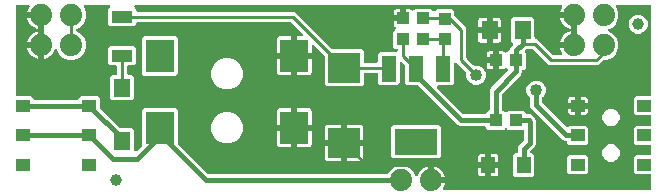
<source format=gbr>
G04 EAGLE Gerber RS-274X export*
G75*
%MOMM*%
%FSLAX34Y34*%
%LPD*%
%INTop Copper*%
%IPPOS*%
%AMOC8*
5,1,8,0,0,1.08239X$1,22.5*%
G01*
%ADD10R,1.000000X1.100000*%
%ADD11R,2.700000X2.550000*%
%ADD12R,1.100000X1.000000*%
%ADD13R,1.400000X1.600000*%
%ADD14R,1.200000X1.400000*%
%ADD15R,1.219200X2.235200*%
%ADD16R,3.600000X2.200000*%
%ADD17R,1.800000X1.000000*%
%ADD18C,1.879600*%
%ADD19R,2.400000X2.800000*%
%ADD20R,1.470000X1.524000*%
%ADD21R,1.150000X1.000000*%
%ADD22C,1.000000*%
%ADD23C,0.406400*%
%ADD24C,1.016000*%
%ADD25C,0.254000*%

G36*
X540884Y4080D02*
X540884Y4080D01*
X541003Y4087D01*
X541041Y4100D01*
X541082Y4105D01*
X541192Y4148D01*
X541305Y4185D01*
X541340Y4207D01*
X541377Y4222D01*
X541473Y4291D01*
X541574Y4355D01*
X541602Y4385D01*
X541635Y4408D01*
X541711Y4500D01*
X541792Y4587D01*
X541812Y4622D01*
X541837Y4653D01*
X541888Y4761D01*
X541946Y4865D01*
X541956Y4905D01*
X541973Y4941D01*
X541995Y5058D01*
X542025Y5173D01*
X542029Y5233D01*
X542033Y5253D01*
X542031Y5274D01*
X542035Y5334D01*
X542035Y16482D01*
X542020Y16600D01*
X542013Y16719D01*
X542000Y16757D01*
X541995Y16798D01*
X541952Y16908D01*
X541915Y17021D01*
X541893Y17056D01*
X541878Y17093D01*
X541809Y17189D01*
X541745Y17290D01*
X541715Y17318D01*
X541692Y17351D01*
X541600Y17427D01*
X541513Y17508D01*
X541478Y17528D01*
X541447Y17553D01*
X541339Y17604D01*
X541235Y17662D01*
X541195Y17672D01*
X541159Y17689D01*
X541042Y17711D01*
X540927Y17741D01*
X540867Y17745D01*
X540847Y17749D01*
X540826Y17747D01*
X540766Y17751D01*
X529237Y17751D01*
X527451Y19537D01*
X527451Y32063D01*
X529237Y33849D01*
X540766Y33849D01*
X540884Y33864D01*
X541003Y33871D01*
X541041Y33884D01*
X541082Y33889D01*
X541192Y33932D01*
X541305Y33969D01*
X541340Y33991D01*
X541377Y34006D01*
X541473Y34075D01*
X541574Y34139D01*
X541602Y34169D01*
X541635Y34192D01*
X541711Y34284D01*
X541792Y34371D01*
X541812Y34406D01*
X541837Y34437D01*
X541888Y34545D01*
X541946Y34649D01*
X541956Y34689D01*
X541973Y34725D01*
X541995Y34842D01*
X542025Y34957D01*
X542029Y35017D01*
X542033Y35037D01*
X542031Y35058D01*
X542035Y35118D01*
X542035Y41482D01*
X542020Y41600D01*
X542013Y41719D01*
X542000Y41757D01*
X541995Y41798D01*
X541952Y41908D01*
X541915Y42021D01*
X541893Y42056D01*
X541878Y42093D01*
X541809Y42189D01*
X541745Y42290D01*
X541715Y42318D01*
X541692Y42351D01*
X541600Y42427D01*
X541513Y42508D01*
X541478Y42528D01*
X541447Y42553D01*
X541339Y42604D01*
X541235Y42662D01*
X541195Y42672D01*
X541159Y42689D01*
X541042Y42711D01*
X540927Y42741D01*
X540867Y42745D01*
X540847Y42749D01*
X540826Y42747D01*
X540766Y42751D01*
X529237Y42751D01*
X527451Y44537D01*
X527451Y57063D01*
X529237Y58849D01*
X540766Y58849D01*
X540884Y58864D01*
X541003Y58871D01*
X541041Y58884D01*
X541082Y58889D01*
X541192Y58932D01*
X541305Y58969D01*
X541340Y58991D01*
X541377Y59006D01*
X541473Y59075D01*
X541574Y59139D01*
X541602Y59169D01*
X541635Y59192D01*
X541711Y59284D01*
X541792Y59371D01*
X541812Y59406D01*
X541837Y59437D01*
X541888Y59545D01*
X541946Y59649D01*
X541956Y59689D01*
X541973Y59725D01*
X541995Y59842D01*
X542025Y59957D01*
X542029Y60017D01*
X542033Y60037D01*
X542031Y60058D01*
X542035Y60118D01*
X542035Y66482D01*
X542020Y66600D01*
X542013Y66719D01*
X542000Y66757D01*
X541995Y66798D01*
X541952Y66908D01*
X541915Y67021D01*
X541893Y67056D01*
X541878Y67093D01*
X541809Y67189D01*
X541745Y67290D01*
X541715Y67318D01*
X541692Y67351D01*
X541600Y67427D01*
X541513Y67508D01*
X541478Y67528D01*
X541447Y67553D01*
X541339Y67604D01*
X541235Y67662D01*
X541195Y67672D01*
X541159Y67689D01*
X541042Y67711D01*
X540927Y67741D01*
X540867Y67745D01*
X540847Y67749D01*
X540826Y67747D01*
X540766Y67751D01*
X529237Y67751D01*
X527451Y69537D01*
X527451Y82063D01*
X529237Y83849D01*
X540766Y83849D01*
X540884Y83864D01*
X541003Y83871D01*
X541041Y83884D01*
X541082Y83889D01*
X541192Y83932D01*
X541305Y83969D01*
X541340Y83991D01*
X541377Y84006D01*
X541473Y84075D01*
X541574Y84139D01*
X541602Y84169D01*
X541635Y84192D01*
X541711Y84284D01*
X541792Y84371D01*
X541812Y84406D01*
X541837Y84437D01*
X541888Y84545D01*
X541946Y84649D01*
X541956Y84689D01*
X541973Y84725D01*
X541995Y84842D01*
X542025Y84957D01*
X542029Y85017D01*
X542033Y85037D01*
X542031Y85058D01*
X542035Y85118D01*
X542035Y159766D01*
X542020Y159884D01*
X542013Y160003D01*
X542000Y160041D01*
X541995Y160082D01*
X541952Y160192D01*
X541915Y160305D01*
X541893Y160340D01*
X541878Y160377D01*
X541809Y160473D01*
X541745Y160574D01*
X541715Y160602D01*
X541692Y160635D01*
X541600Y160711D01*
X541513Y160792D01*
X541478Y160812D01*
X541447Y160837D01*
X541339Y160888D01*
X541235Y160946D01*
X541195Y160956D01*
X541159Y160973D01*
X541042Y160995D01*
X540927Y161025D01*
X540867Y161029D01*
X540847Y161033D01*
X540826Y161031D01*
X540766Y161035D01*
X513445Y161035D01*
X513396Y161029D01*
X513346Y161031D01*
X513239Y161009D01*
X513129Y160995D01*
X513083Y160977D01*
X513035Y160967D01*
X512936Y160919D01*
X512834Y160878D01*
X512794Y160849D01*
X512749Y160827D01*
X512665Y160756D01*
X512576Y160692D01*
X512545Y160653D01*
X512507Y160621D01*
X512444Y160531D01*
X512374Y160447D01*
X512352Y160402D01*
X512324Y160361D01*
X512285Y160258D01*
X512238Y160159D01*
X512229Y160110D01*
X512211Y160064D01*
X512199Y159954D01*
X512178Y159847D01*
X512181Y159797D01*
X512176Y159748D01*
X512191Y159639D01*
X512198Y159529D01*
X512213Y159482D01*
X512220Y159433D01*
X512272Y159280D01*
X514097Y154876D01*
X514097Y149924D01*
X512202Y145350D01*
X508700Y141848D01*
X506345Y140873D01*
X506225Y140804D01*
X506102Y140739D01*
X506087Y140725D01*
X506069Y140715D01*
X505969Y140618D01*
X505866Y140525D01*
X505855Y140508D01*
X505841Y140494D01*
X505768Y140376D01*
X505692Y140259D01*
X505685Y140240D01*
X505674Y140223D01*
X505634Y140090D01*
X505588Y139958D01*
X505587Y139938D01*
X505581Y139919D01*
X505574Y139780D01*
X505563Y139641D01*
X505567Y139621D01*
X505566Y139601D01*
X505594Y139465D01*
X505618Y139328D01*
X505626Y139309D01*
X505630Y139290D01*
X505691Y139165D01*
X505748Y139038D01*
X505761Y139022D01*
X505770Y139004D01*
X505860Y138898D01*
X505947Y138790D01*
X505963Y138777D01*
X505976Y138762D01*
X506090Y138682D01*
X506201Y138598D01*
X506226Y138586D01*
X506236Y138579D01*
X506255Y138572D01*
X506345Y138527D01*
X508700Y137552D01*
X512202Y134050D01*
X514097Y129476D01*
X514097Y124524D01*
X512202Y119950D01*
X508700Y116448D01*
X504126Y114553D01*
X502187Y114553D01*
X502088Y114541D01*
X501989Y114538D01*
X501931Y114521D01*
X501871Y114513D01*
X501779Y114477D01*
X501684Y114449D01*
X501632Y114419D01*
X501575Y114396D01*
X501495Y114338D01*
X501410Y114288D01*
X501335Y114222D01*
X501318Y114210D01*
X501310Y114200D01*
X501289Y114182D01*
X497089Y109981D01*
X455411Y109981D01*
X441783Y123610D01*
X441705Y123670D01*
X441632Y123738D01*
X441579Y123767D01*
X441532Y123804D01*
X441441Y123844D01*
X441354Y123892D01*
X441295Y123907D01*
X441240Y123931D01*
X441142Y123946D01*
X441046Y123971D01*
X440946Y123977D01*
X440926Y123981D01*
X440913Y123979D01*
X440885Y123981D01*
X436492Y123981D01*
X436394Y123969D01*
X436295Y123966D01*
X436237Y123949D01*
X436177Y123941D01*
X436085Y123905D01*
X435990Y123877D01*
X435937Y123847D01*
X435881Y123824D01*
X435801Y123766D01*
X435716Y123716D01*
X435640Y123650D01*
X435624Y123638D01*
X435616Y123628D01*
X435595Y123610D01*
X435246Y123261D01*
X435173Y123166D01*
X435094Y123077D01*
X435076Y123041D01*
X435051Y123009D01*
X435004Y122900D01*
X434950Y122794D01*
X434941Y122755D01*
X434925Y122718D01*
X434906Y122600D01*
X434880Y122484D01*
X434881Y122443D01*
X434875Y122403D01*
X434886Y122285D01*
X434890Y122166D01*
X434901Y122127D01*
X434905Y122087D01*
X434945Y121975D01*
X434978Y121860D01*
X434998Y121826D01*
X435012Y121788D01*
X435079Y121689D01*
X435140Y121586D01*
X435179Y121541D01*
X435191Y121524D01*
X435206Y121511D01*
X435246Y121466D01*
X436149Y120563D01*
X436149Y108037D01*
X434363Y106251D01*
X433950Y106251D01*
X433832Y106236D01*
X433713Y106229D01*
X433675Y106216D01*
X433634Y106211D01*
X433524Y106168D01*
X433411Y106131D01*
X433376Y106109D01*
X433339Y106094D01*
X433243Y106025D01*
X433142Y105961D01*
X433114Y105931D01*
X433081Y105908D01*
X433005Y105816D01*
X432924Y105729D01*
X432904Y105694D01*
X432879Y105663D01*
X432828Y105555D01*
X432770Y105451D01*
X432760Y105411D01*
X432743Y105375D01*
X432721Y105258D01*
X432691Y105143D01*
X432687Y105083D01*
X432683Y105063D01*
X432685Y105042D01*
X432681Y104982D01*
X432681Y104009D01*
X431907Y102142D01*
X415662Y85897D01*
X415602Y85819D01*
X415534Y85747D01*
X415505Y85694D01*
X415468Y85646D01*
X415428Y85555D01*
X415380Y85468D01*
X415365Y85410D01*
X415341Y85354D01*
X415326Y85256D01*
X415301Y85160D01*
X415295Y85060D01*
X415291Y85040D01*
X415293Y85028D01*
X415291Y85000D01*
X415291Y72818D01*
X415306Y72700D01*
X415313Y72581D01*
X415326Y72543D01*
X415331Y72502D01*
X415374Y72392D01*
X415411Y72279D01*
X415433Y72244D01*
X415448Y72207D01*
X415517Y72111D01*
X415581Y72010D01*
X415611Y71982D01*
X415634Y71949D01*
X415726Y71873D01*
X415813Y71792D01*
X415848Y71772D01*
X415879Y71747D01*
X415987Y71696D01*
X416091Y71638D01*
X416131Y71628D01*
X416167Y71611D01*
X416284Y71589D01*
X416399Y71559D01*
X416459Y71555D01*
X416479Y71551D01*
X416500Y71553D01*
X416560Y71549D01*
X417363Y71549D01*
X418203Y70709D01*
X418297Y70636D01*
X418386Y70557D01*
X418422Y70539D01*
X418454Y70514D01*
X418563Y70467D01*
X418669Y70413D01*
X418708Y70404D01*
X418746Y70388D01*
X418863Y70369D01*
X418979Y70343D01*
X419020Y70344D01*
X419060Y70338D01*
X419178Y70349D01*
X419297Y70353D01*
X419336Y70364D01*
X419376Y70368D01*
X419488Y70408D01*
X419603Y70441D01*
X419638Y70462D01*
X419676Y70475D01*
X419774Y70542D01*
X419877Y70603D01*
X419922Y70642D01*
X419939Y70654D01*
X419952Y70669D01*
X419998Y70709D01*
X420837Y71549D01*
X434363Y71549D01*
X436161Y69750D01*
X436164Y69732D01*
X436171Y69613D01*
X436184Y69575D01*
X436189Y69534D01*
X436232Y69424D01*
X436269Y69311D01*
X436291Y69276D01*
X436306Y69239D01*
X436375Y69143D01*
X436439Y69042D01*
X436469Y69014D01*
X436492Y68981D01*
X436584Y68905D01*
X436671Y68824D01*
X436706Y68804D01*
X436737Y68779D01*
X436845Y68728D01*
X436949Y68670D01*
X436989Y68660D01*
X437025Y68643D01*
X437142Y68621D01*
X437257Y68591D01*
X437317Y68587D01*
X437337Y68583D01*
X437358Y68585D01*
X437418Y68581D01*
X439161Y68581D01*
X441028Y67807D01*
X443727Y65108D01*
X444501Y63241D01*
X444501Y43439D01*
X443727Y41572D01*
X439792Y37637D01*
X439732Y37559D01*
X439664Y37487D01*
X439635Y37434D01*
X439598Y37386D01*
X439558Y37295D01*
X439510Y37208D01*
X439495Y37150D01*
X439471Y37094D01*
X439456Y36996D01*
X439431Y36900D01*
X439425Y36808D01*
X439423Y36798D01*
X439424Y36794D01*
X439421Y36780D01*
X439423Y36768D01*
X439421Y36740D01*
X439421Y36718D01*
X439436Y36600D01*
X439443Y36481D01*
X439456Y36443D01*
X439461Y36402D01*
X439504Y36292D01*
X439541Y36179D01*
X439563Y36144D01*
X439578Y36107D01*
X439647Y36011D01*
X439711Y35910D01*
X439741Y35882D01*
X439764Y35849D01*
X439856Y35773D01*
X439943Y35692D01*
X439978Y35672D01*
X440009Y35647D01*
X440117Y35596D01*
X440221Y35538D01*
X440261Y35528D01*
X440297Y35511D01*
X440414Y35489D01*
X440529Y35459D01*
X440589Y35455D01*
X440609Y35451D01*
X440630Y35453D01*
X440690Y35449D01*
X441363Y35449D01*
X443149Y33663D01*
X443149Y17137D01*
X441363Y15351D01*
X426837Y15351D01*
X425051Y17137D01*
X425051Y33663D01*
X426837Y35449D01*
X427990Y35449D01*
X428108Y35464D01*
X428227Y35471D01*
X428265Y35484D01*
X428306Y35489D01*
X428416Y35532D01*
X428529Y35569D01*
X428564Y35591D01*
X428601Y35606D01*
X428697Y35675D01*
X428798Y35739D01*
X428826Y35769D01*
X428859Y35792D01*
X428935Y35884D01*
X429016Y35971D01*
X429036Y36006D01*
X429061Y36037D01*
X429112Y36145D01*
X429170Y36249D01*
X429180Y36289D01*
X429197Y36325D01*
X429219Y36442D01*
X429249Y36557D01*
X429253Y36617D01*
X429257Y36637D01*
X429255Y36658D01*
X429259Y36718D01*
X429259Y40381D01*
X430033Y42248D01*
X433968Y46183D01*
X434028Y46261D01*
X434096Y46333D01*
X434125Y46386D01*
X434162Y46434D01*
X434202Y46525D01*
X434250Y46612D01*
X434265Y46670D01*
X434289Y46726D01*
X434304Y46824D01*
X434329Y46920D01*
X434335Y47020D01*
X434339Y47040D01*
X434337Y47052D01*
X434339Y47080D01*
X434339Y54182D01*
X434324Y54300D01*
X434317Y54419D01*
X434304Y54457D01*
X434299Y54498D01*
X434256Y54608D01*
X434219Y54721D01*
X434197Y54756D01*
X434182Y54793D01*
X434113Y54889D01*
X434049Y54990D01*
X434019Y55018D01*
X433996Y55051D01*
X433904Y55127D01*
X433817Y55208D01*
X433782Y55228D01*
X433751Y55253D01*
X433643Y55304D01*
X433539Y55362D01*
X433499Y55372D01*
X433463Y55389D01*
X433346Y55411D01*
X433231Y55441D01*
X433171Y55445D01*
X433151Y55449D01*
X433130Y55447D01*
X433070Y55451D01*
X420837Y55451D01*
X419998Y56291D01*
X419904Y56364D01*
X419814Y56443D01*
X419778Y56461D01*
X419746Y56486D01*
X419637Y56533D01*
X419531Y56587D01*
X419492Y56596D01*
X419454Y56612D01*
X419337Y56631D01*
X419221Y56657D01*
X419180Y56656D01*
X419140Y56662D01*
X419022Y56651D01*
X418903Y56647D01*
X418864Y56636D01*
X418824Y56632D01*
X418711Y56592D01*
X418597Y56559D01*
X418563Y56538D01*
X418524Y56525D01*
X418426Y56458D01*
X418323Y56397D01*
X418278Y56357D01*
X418261Y56346D01*
X418248Y56331D01*
X418203Y56291D01*
X417363Y55451D01*
X403837Y55451D01*
X402039Y57250D01*
X402036Y57268D01*
X402029Y57387D01*
X402016Y57425D01*
X402011Y57466D01*
X401968Y57576D01*
X401931Y57689D01*
X401909Y57724D01*
X401894Y57761D01*
X401825Y57857D01*
X401761Y57958D01*
X401731Y57986D01*
X401708Y58019D01*
X401616Y58095D01*
X401529Y58176D01*
X401494Y58196D01*
X401463Y58221D01*
X401355Y58272D01*
X401251Y58330D01*
X401211Y58340D01*
X401175Y58357D01*
X401058Y58379D01*
X400943Y58409D01*
X400883Y58413D01*
X400863Y58417D01*
X400842Y58415D01*
X400782Y58419D01*
X379989Y58419D01*
X378122Y59193D01*
X376514Y60801D01*
X344723Y92592D01*
X344645Y92652D01*
X344573Y92720D01*
X344520Y92749D01*
X344472Y92786D01*
X344381Y92826D01*
X344294Y92874D01*
X344236Y92889D01*
X344180Y92913D01*
X344082Y92928D01*
X343986Y92953D01*
X343886Y92959D01*
X343866Y92963D01*
X343854Y92961D01*
X343826Y92963D01*
X335541Y92963D01*
X333755Y94749D01*
X333755Y109699D01*
X333743Y109798D01*
X333740Y109897D01*
X333723Y109955D01*
X333715Y110015D01*
X333679Y110107D01*
X333651Y110202D01*
X333621Y110254D01*
X333598Y110311D01*
X333540Y110391D01*
X333490Y110476D01*
X333424Y110551D01*
X333412Y110568D01*
X333402Y110576D01*
X333384Y110597D01*
X331097Y112883D01*
X331007Y112953D01*
X330982Y112977D01*
X330968Y112985D01*
X330881Y113057D01*
X330862Y113065D01*
X330846Y113078D01*
X330718Y113133D01*
X330593Y113192D01*
X330573Y113196D01*
X330554Y113204D01*
X330416Y113226D01*
X330280Y113252D01*
X330260Y113251D01*
X330240Y113254D01*
X330101Y113241D01*
X329963Y113232D01*
X329944Y113226D01*
X329924Y113224D01*
X329792Y113177D01*
X329661Y113134D01*
X329643Y113124D01*
X329624Y113117D01*
X329509Y113039D01*
X329392Y112964D01*
X329378Y112949D01*
X329361Y112938D01*
X329269Y112834D01*
X329174Y112733D01*
X329164Y112715D01*
X329151Y112700D01*
X329087Y112576D01*
X329020Y112454D01*
X329015Y112434D01*
X329006Y112416D01*
X328976Y112281D01*
X328941Y112146D01*
X328939Y112118D01*
X328936Y112106D01*
X328937Y112086D01*
X328934Y112034D01*
X328933Y112031D01*
X328933Y112029D01*
X328931Y111985D01*
X328931Y94749D01*
X327145Y92963D01*
X312427Y92963D01*
X310641Y94749D01*
X310641Y102312D01*
X310626Y102430D01*
X310619Y102549D01*
X310606Y102587D01*
X310601Y102628D01*
X310558Y102738D01*
X310521Y102851D01*
X310499Y102886D01*
X310484Y102923D01*
X310415Y103019D01*
X310351Y103120D01*
X310321Y103148D01*
X310298Y103181D01*
X310206Y103257D01*
X310119Y103338D01*
X310084Y103358D01*
X310053Y103383D01*
X309945Y103434D01*
X309841Y103492D01*
X309801Y103502D01*
X309765Y103519D01*
X309648Y103541D01*
X309533Y103571D01*
X309473Y103575D01*
X309453Y103579D01*
X309432Y103577D01*
X309372Y103581D01*
X299758Y103581D01*
X299640Y103566D01*
X299521Y103559D01*
X299483Y103546D01*
X299442Y103541D01*
X299332Y103498D01*
X299219Y103461D01*
X299184Y103439D01*
X299147Y103424D01*
X299051Y103355D01*
X298950Y103291D01*
X298922Y103261D01*
X298889Y103238D01*
X298813Y103146D01*
X298732Y103059D01*
X298712Y103024D01*
X298687Y102993D01*
X298636Y102885D01*
X298578Y102781D01*
X298568Y102741D01*
X298551Y102705D01*
X298529Y102588D01*
X298499Y102473D01*
X298495Y102413D01*
X298491Y102393D01*
X298493Y102372D01*
X298489Y102312D01*
X298489Y93887D01*
X296703Y92101D01*
X267177Y92101D01*
X265391Y93887D01*
X265391Y117815D01*
X265379Y117914D01*
X265376Y118013D01*
X265359Y118071D01*
X265351Y118131D01*
X265315Y118223D01*
X265287Y118318D01*
X265257Y118370D01*
X265234Y118427D01*
X265176Y118507D01*
X265126Y118592D01*
X265060Y118667D01*
X265048Y118684D01*
X265038Y118692D01*
X265020Y118713D01*
X256587Y127145D01*
X256478Y127230D01*
X256371Y127319D01*
X256352Y127327D01*
X256336Y127340D01*
X256208Y127395D01*
X256083Y127454D01*
X256063Y127458D01*
X256044Y127466D01*
X255906Y127488D01*
X255770Y127514D01*
X255750Y127513D01*
X255730Y127516D01*
X255591Y127503D01*
X255453Y127494D01*
X255434Y127488D01*
X255414Y127486D01*
X255282Y127439D01*
X255151Y127396D01*
X255133Y127386D01*
X255114Y127379D01*
X254999Y127301D01*
X254882Y127226D01*
X254868Y127211D01*
X254851Y127200D01*
X254759Y127096D01*
X254664Y126995D01*
X254654Y126977D01*
X254641Y126962D01*
X254577Y126838D01*
X254510Y126716D01*
X254505Y126696D01*
X254496Y126678D01*
X254466Y126543D01*
X254431Y126408D01*
X254429Y126380D01*
X254426Y126368D01*
X254427Y126348D01*
X254421Y126247D01*
X254421Y120689D01*
X242419Y120689D01*
X242419Y134691D01*
X245977Y134691D01*
X246115Y134708D01*
X246254Y134721D01*
X246273Y134728D01*
X246293Y134731D01*
X246422Y134782D01*
X246553Y134829D01*
X246570Y134840D01*
X246589Y134848D01*
X246701Y134929D01*
X246816Y135007D01*
X246830Y135023D01*
X246846Y135034D01*
X246934Y135141D01*
X247027Y135246D01*
X247036Y135264D01*
X247049Y135279D01*
X247108Y135405D01*
X247171Y135529D01*
X247176Y135549D01*
X247184Y135567D01*
X247210Y135703D01*
X247241Y135839D01*
X247240Y135860D01*
X247244Y135879D01*
X247235Y136018D01*
X247231Y136157D01*
X247226Y136177D01*
X247224Y136197D01*
X247182Y136329D01*
X247143Y136463D01*
X247133Y136480D01*
X247126Y136499D01*
X247052Y136617D01*
X246981Y136737D01*
X246963Y136758D01*
X246956Y136768D01*
X246941Y136782D01*
X246875Y136857D01*
X237263Y146470D01*
X237185Y146530D01*
X237112Y146598D01*
X237059Y146627D01*
X237012Y146664D01*
X236921Y146704D01*
X236834Y146752D01*
X236775Y146767D01*
X236720Y146791D01*
X236622Y146806D01*
X236526Y146831D01*
X236426Y146837D01*
X236406Y146841D01*
X236393Y146839D01*
X236365Y146841D01*
X107298Y146841D01*
X107180Y146826D01*
X107061Y146819D01*
X107023Y146806D01*
X106982Y146801D01*
X106872Y146758D01*
X106759Y146721D01*
X106724Y146699D01*
X106687Y146684D01*
X106591Y146615D01*
X106490Y146551D01*
X106462Y146521D01*
X106429Y146498D01*
X106353Y146406D01*
X106272Y146319D01*
X106252Y146284D01*
X106227Y146253D01*
X106176Y146145D01*
X106118Y146041D01*
X106108Y146001D01*
X106091Y145965D01*
X106069Y145848D01*
X106039Y145733D01*
X106035Y145673D01*
X106031Y145653D01*
X106033Y145632D01*
X106029Y145572D01*
X106029Y144897D01*
X104243Y143111D01*
X83717Y143111D01*
X81931Y144897D01*
X81931Y157423D01*
X83377Y158869D01*
X83462Y158978D01*
X83551Y159085D01*
X83559Y159104D01*
X83572Y159120D01*
X83627Y159248D01*
X83686Y159373D01*
X83690Y159393D01*
X83698Y159412D01*
X83720Y159550D01*
X83746Y159686D01*
X83745Y159706D01*
X83748Y159726D01*
X83735Y159865D01*
X83726Y160003D01*
X83720Y160022D01*
X83718Y160042D01*
X83671Y160174D01*
X83628Y160305D01*
X83618Y160323D01*
X83611Y160342D01*
X83533Y160457D01*
X83458Y160574D01*
X83443Y160588D01*
X83432Y160605D01*
X83328Y160697D01*
X83227Y160792D01*
X83209Y160802D01*
X83194Y160815D01*
X83070Y160879D01*
X82948Y160946D01*
X82929Y160951D01*
X82910Y160960D01*
X82775Y160990D01*
X82640Y161025D01*
X82612Y161027D01*
X82600Y161030D01*
X82580Y161029D01*
X82479Y161035D01*
X62595Y161035D01*
X62546Y161029D01*
X62496Y161031D01*
X62389Y161009D01*
X62279Y160995D01*
X62233Y160977D01*
X62185Y160967D01*
X62086Y160919D01*
X61984Y160878D01*
X61944Y160849D01*
X61899Y160827D01*
X61815Y160756D01*
X61726Y160692D01*
X61695Y160653D01*
X61657Y160621D01*
X61594Y160531D01*
X61524Y160447D01*
X61502Y160402D01*
X61474Y160361D01*
X61435Y160258D01*
X61388Y160159D01*
X61379Y160110D01*
X61361Y160064D01*
X61349Y159954D01*
X61328Y159847D01*
X61331Y159797D01*
X61326Y159748D01*
X61341Y159639D01*
X61348Y159529D01*
X61363Y159482D01*
X61370Y159433D01*
X61422Y159280D01*
X63247Y154876D01*
X63247Y149924D01*
X61352Y145350D01*
X57850Y141848D01*
X55902Y141041D01*
X55877Y141027D01*
X55849Y141017D01*
X55816Y140997D01*
X55791Y140987D01*
X55733Y140944D01*
X55626Y140884D01*
X55605Y140863D01*
X55580Y140847D01*
X55539Y140804D01*
X55534Y140800D01*
X55522Y140786D01*
X55491Y140753D01*
X55398Y140662D01*
X55382Y140637D01*
X55362Y140616D01*
X55299Y140502D01*
X55231Y140391D01*
X55223Y140363D01*
X55208Y140337D01*
X55176Y140211D01*
X55138Y140087D01*
X55136Y140058D01*
X55129Y140029D01*
X55119Y139869D01*
X55119Y139531D01*
X55122Y139502D01*
X55120Y139473D01*
X55142Y139345D01*
X55159Y139216D01*
X55169Y139189D01*
X55174Y139159D01*
X55228Y139041D01*
X55276Y138920D01*
X55293Y138896D01*
X55305Y138869D01*
X55386Y138768D01*
X55462Y138663D01*
X55485Y138644D01*
X55504Y138621D01*
X55607Y138543D01*
X55707Y138460D01*
X55734Y138447D01*
X55758Y138430D01*
X55902Y138359D01*
X57850Y137552D01*
X61352Y134050D01*
X63247Y129476D01*
X63247Y124524D01*
X61352Y119950D01*
X57850Y116448D01*
X53276Y114553D01*
X48324Y114553D01*
X43750Y116448D01*
X40248Y119950D01*
X38995Y122975D01*
X38980Y123001D01*
X38971Y123030D01*
X38902Y123139D01*
X38837Y123252D01*
X38816Y123273D01*
X38800Y123298D01*
X38706Y123387D01*
X38616Y123480D01*
X38590Y123496D01*
X38569Y123516D01*
X38455Y123579D01*
X38345Y123646D01*
X38316Y123655D01*
X38290Y123669D01*
X38164Y123702D01*
X38041Y123740D01*
X38011Y123741D01*
X37982Y123749D01*
X37852Y123749D01*
X37723Y123755D01*
X37694Y123749D01*
X37664Y123749D01*
X37538Y123717D01*
X37412Y123691D01*
X37385Y123678D01*
X37356Y123670D01*
X37242Y123608D01*
X37126Y123551D01*
X37103Y123532D01*
X37077Y123517D01*
X36982Y123429D01*
X36884Y123345D01*
X36867Y123320D01*
X36845Y123300D01*
X36776Y123190D01*
X36701Y123085D01*
X36690Y123057D01*
X36674Y123031D01*
X36615Y122882D01*
X36464Y122417D01*
X35611Y120743D01*
X34506Y119222D01*
X33178Y117894D01*
X31657Y116789D01*
X29983Y115936D01*
X28196Y115355D01*
X27939Y115315D01*
X27939Y125730D01*
X27924Y125848D01*
X27917Y125967D01*
X27904Y126005D01*
X27899Y126045D01*
X27856Y126156D01*
X27819Y126269D01*
X27797Y126303D01*
X27782Y126341D01*
X27712Y126437D01*
X27649Y126538D01*
X27619Y126566D01*
X27595Y126598D01*
X27504Y126674D01*
X27417Y126756D01*
X27382Y126775D01*
X27351Y126801D01*
X27243Y126852D01*
X27139Y126909D01*
X27099Y126920D01*
X27063Y126937D01*
X26946Y126959D01*
X26831Y126989D01*
X26770Y126993D01*
X26750Y126997D01*
X26730Y126995D01*
X26670Y126999D01*
X25399Y126999D01*
X25399Y127001D01*
X26670Y127001D01*
X26788Y127016D01*
X26907Y127023D01*
X26945Y127036D01*
X26985Y127041D01*
X27096Y127085D01*
X27209Y127121D01*
X27244Y127143D01*
X27281Y127158D01*
X27377Y127228D01*
X27478Y127291D01*
X27506Y127321D01*
X27539Y127345D01*
X27614Y127436D01*
X27696Y127523D01*
X27716Y127558D01*
X27741Y127590D01*
X27792Y127697D01*
X27850Y127802D01*
X27860Y127841D01*
X27877Y127877D01*
X27899Y127994D01*
X27929Y128109D01*
X27933Y128170D01*
X27937Y128190D01*
X27935Y128210D01*
X27939Y128270D01*
X27939Y151130D01*
X27924Y151248D01*
X27917Y151367D01*
X27904Y151405D01*
X27899Y151445D01*
X27856Y151556D01*
X27819Y151669D01*
X27797Y151703D01*
X27782Y151741D01*
X27713Y151837D01*
X27649Y151938D01*
X27619Y151966D01*
X27595Y151998D01*
X27504Y152074D01*
X27417Y152156D01*
X27382Y152175D01*
X27351Y152201D01*
X27243Y152252D01*
X27139Y152309D01*
X27099Y152320D01*
X27063Y152337D01*
X26946Y152359D01*
X26831Y152389D01*
X26770Y152393D01*
X26750Y152397D01*
X26730Y152395D01*
X26670Y152399D01*
X25399Y152399D01*
X25399Y153670D01*
X25384Y153788D01*
X25377Y153907D01*
X25364Y153945D01*
X25359Y153985D01*
X25316Y154096D01*
X25279Y154209D01*
X25257Y154244D01*
X25242Y154281D01*
X25172Y154377D01*
X25109Y154478D01*
X25079Y154506D01*
X25055Y154539D01*
X24964Y154614D01*
X24877Y154696D01*
X24842Y154716D01*
X24810Y154741D01*
X24703Y154792D01*
X24598Y154850D01*
X24559Y154860D01*
X24523Y154877D01*
X24406Y154899D01*
X24291Y154929D01*
X24230Y154933D01*
X24210Y154937D01*
X24190Y154935D01*
X24130Y154939D01*
X13715Y154939D01*
X13755Y155196D01*
X14336Y156983D01*
X15189Y158657D01*
X15453Y159020D01*
X15472Y159055D01*
X15497Y159085D01*
X15548Y159194D01*
X15606Y159299D01*
X15616Y159337D01*
X15633Y159373D01*
X15655Y159491D01*
X15685Y159607D01*
X15685Y159646D01*
X15692Y159686D01*
X15685Y159805D01*
X15685Y159925D01*
X15675Y159963D01*
X15673Y160003D01*
X15636Y160117D01*
X15606Y160233D01*
X15587Y160268D01*
X15575Y160305D01*
X15511Y160406D01*
X15453Y160511D01*
X15426Y160541D01*
X15405Y160574D01*
X15317Y160656D01*
X15235Y160743D01*
X15202Y160765D01*
X15173Y160792D01*
X15068Y160850D01*
X14967Y160914D01*
X14929Y160926D01*
X14894Y160946D01*
X14779Y160975D01*
X14665Y161013D01*
X14625Y161015D01*
X14586Y161025D01*
X14426Y161035D01*
X5334Y161035D01*
X5216Y161020D01*
X5097Y161013D01*
X5059Y161000D01*
X5018Y160995D01*
X4908Y160952D01*
X4795Y160915D01*
X4760Y160893D01*
X4723Y160878D01*
X4627Y160809D01*
X4526Y160745D01*
X4498Y160715D01*
X4465Y160692D01*
X4389Y160600D01*
X4308Y160513D01*
X4288Y160478D01*
X4263Y160447D01*
X4212Y160339D01*
X4154Y160235D01*
X4144Y160195D01*
X4127Y160159D01*
X4105Y160042D01*
X4075Y159927D01*
X4071Y159867D01*
X4067Y159847D01*
X4069Y159826D01*
X4065Y159766D01*
X4065Y85118D01*
X4080Y85000D01*
X4087Y84881D01*
X4100Y84843D01*
X4105Y84802D01*
X4148Y84692D01*
X4185Y84579D01*
X4207Y84544D01*
X4222Y84507D01*
X4291Y84411D01*
X4355Y84310D01*
X4385Y84282D01*
X4408Y84249D01*
X4500Y84173D01*
X4587Y84092D01*
X4622Y84072D01*
X4653Y84047D01*
X4761Y83996D01*
X4865Y83938D01*
X4905Y83928D01*
X4941Y83911D01*
X5058Y83889D01*
X5173Y83859D01*
X5233Y83855D01*
X5253Y83851D01*
X5274Y83853D01*
X5334Y83849D01*
X16863Y83849D01*
X18661Y82050D01*
X18664Y82032D01*
X18671Y81913D01*
X18684Y81875D01*
X18689Y81834D01*
X18732Y81724D01*
X18769Y81611D01*
X18791Y81576D01*
X18806Y81539D01*
X18875Y81443D01*
X18939Y81342D01*
X18969Y81314D01*
X18992Y81281D01*
X19084Y81205D01*
X19171Y81124D01*
X19206Y81104D01*
X19237Y81079D01*
X19345Y81028D01*
X19449Y80970D01*
X19489Y80960D01*
X19525Y80943D01*
X19642Y80921D01*
X19757Y80891D01*
X19817Y80887D01*
X19837Y80883D01*
X19858Y80885D01*
X19918Y80881D01*
X56282Y80881D01*
X56400Y80896D01*
X56519Y80903D01*
X56557Y80916D01*
X56598Y80921D01*
X56708Y80964D01*
X56821Y81001D01*
X56856Y81023D01*
X56893Y81038D01*
X56989Y81107D01*
X57090Y81171D01*
X57118Y81201D01*
X57151Y81224D01*
X57227Y81316D01*
X57308Y81403D01*
X57328Y81438D01*
X57353Y81469D01*
X57404Y81577D01*
X57462Y81681D01*
X57472Y81721D01*
X57489Y81757D01*
X57511Y81874D01*
X57541Y81989D01*
X57545Y82049D01*
X57547Y82058D01*
X59337Y83849D01*
X73363Y83849D01*
X75149Y82063D01*
X75149Y74712D01*
X75161Y74614D01*
X75164Y74515D01*
X75181Y74457D01*
X75189Y74397D01*
X75225Y74305D01*
X75253Y74210D01*
X75283Y74157D01*
X75306Y74101D01*
X75364Y74021D01*
X75414Y73936D01*
X75480Y73860D01*
X75492Y73844D01*
X75502Y73836D01*
X75520Y73815D01*
X92321Y57014D01*
X92399Y56954D01*
X92471Y56886D01*
X92524Y56857D01*
X92572Y56820D01*
X92663Y56780D01*
X92750Y56732D01*
X92808Y56717D01*
X92864Y56693D01*
X92962Y56678D01*
X93058Y56653D01*
X93158Y56647D01*
X93178Y56643D01*
X93190Y56645D01*
X93218Y56643D01*
X102593Y56643D01*
X104379Y54857D01*
X104379Y38428D01*
X104396Y38291D01*
X104409Y38152D01*
X104416Y38133D01*
X104419Y38113D01*
X104470Y37984D01*
X104517Y37853D01*
X104528Y37836D01*
X104536Y37817D01*
X104617Y37705D01*
X104695Y37589D01*
X104711Y37576D01*
X104722Y37560D01*
X104830Y37471D01*
X104934Y37379D01*
X104952Y37370D01*
X104967Y37357D01*
X105093Y37298D01*
X105217Y37234D01*
X105237Y37230D01*
X105255Y37221D01*
X105391Y37195D01*
X105527Y37165D01*
X105548Y37165D01*
X105567Y37162D01*
X105706Y37170D01*
X105845Y37174D01*
X105865Y37180D01*
X105885Y37181D01*
X106017Y37224D01*
X106151Y37263D01*
X106168Y37273D01*
X106187Y37279D01*
X106305Y37354D01*
X106425Y37424D01*
X106446Y37443D01*
X106456Y37449D01*
X106470Y37464D01*
X106545Y37531D01*
X110460Y41445D01*
X110520Y41523D01*
X110588Y41595D01*
X110617Y41648D01*
X110654Y41696D01*
X110694Y41787D01*
X110742Y41874D01*
X110757Y41932D01*
X110781Y41988D01*
X110796Y42086D01*
X110821Y42182D01*
X110827Y42282D01*
X110831Y42302D01*
X110829Y42314D01*
X110831Y42342D01*
X110831Y72413D01*
X112617Y74199D01*
X139143Y74199D01*
X140929Y72413D01*
X140929Y44582D01*
X140941Y44484D01*
X140944Y44385D01*
X140961Y44327D01*
X140969Y44267D01*
X141005Y44175D01*
X141033Y44080D01*
X141063Y44027D01*
X141086Y43971D01*
X141144Y43891D01*
X141194Y43806D01*
X141260Y43730D01*
X141272Y43714D01*
X141282Y43706D01*
X141300Y43685D01*
X166833Y18152D01*
X166911Y18092D01*
X166983Y18024D01*
X167036Y17995D01*
X167084Y17958D01*
X167175Y17918D01*
X167262Y17870D01*
X167320Y17855D01*
X167376Y17831D01*
X167474Y17816D01*
X167570Y17791D01*
X167670Y17785D01*
X167690Y17781D01*
X167702Y17783D01*
X167730Y17781D01*
X317984Y17781D01*
X318013Y17784D01*
X318043Y17782D01*
X318171Y17804D01*
X318300Y17821D01*
X318327Y17831D01*
X318356Y17836D01*
X318475Y17890D01*
X318595Y17938D01*
X318619Y17955D01*
X318646Y17967D01*
X318748Y18048D01*
X318853Y18124D01*
X318872Y18147D01*
X318895Y18166D01*
X318973Y18269D01*
X319056Y18369D01*
X319068Y18396D01*
X319086Y18420D01*
X319157Y18564D01*
X319648Y19750D01*
X323150Y23252D01*
X327724Y25147D01*
X332676Y25147D01*
X337250Y23252D01*
X340752Y19750D01*
X342005Y16725D01*
X342020Y16699D01*
X342029Y16670D01*
X342098Y16561D01*
X342163Y16448D01*
X342184Y16427D01*
X342200Y16402D01*
X342294Y16313D01*
X342384Y16220D01*
X342410Y16204D01*
X342431Y16184D01*
X342545Y16121D01*
X342655Y16054D01*
X342684Y16045D01*
X342710Y16031D01*
X342836Y15998D01*
X342959Y15960D01*
X342989Y15959D01*
X343018Y15951D01*
X343148Y15951D01*
X343277Y15945D01*
X343306Y15951D01*
X343336Y15951D01*
X343462Y15983D01*
X343588Y16009D01*
X343615Y16022D01*
X343644Y16030D01*
X343758Y16092D01*
X343874Y16149D01*
X343897Y16168D01*
X343923Y16183D01*
X344018Y16271D01*
X344116Y16355D01*
X344133Y16380D01*
X344155Y16400D01*
X344224Y16509D01*
X344299Y16615D01*
X344310Y16643D01*
X344326Y16669D01*
X344385Y16818D01*
X344536Y17283D01*
X345389Y18957D01*
X346494Y20478D01*
X347822Y21806D01*
X349343Y22911D01*
X351017Y23764D01*
X352804Y24345D01*
X353061Y24385D01*
X353061Y13970D01*
X353076Y13852D01*
X353083Y13733D01*
X353096Y13695D01*
X353101Y13655D01*
X353144Y13544D01*
X353181Y13431D01*
X353203Y13397D01*
X353218Y13359D01*
X353288Y13263D01*
X353351Y13162D01*
X353381Y13134D01*
X353404Y13102D01*
X353496Y13026D01*
X353583Y12944D01*
X353618Y12925D01*
X353649Y12899D01*
X353757Y12848D01*
X353861Y12791D01*
X353901Y12780D01*
X353937Y12763D01*
X354054Y12741D01*
X354169Y12711D01*
X354230Y12707D01*
X354250Y12703D01*
X354270Y12705D01*
X354330Y12701D01*
X355601Y12701D01*
X355601Y11430D01*
X355616Y11312D01*
X355623Y11193D01*
X355636Y11155D01*
X355641Y11114D01*
X355685Y11004D01*
X355721Y10891D01*
X355743Y10856D01*
X355758Y10819D01*
X355828Y10723D01*
X355891Y10622D01*
X355921Y10594D01*
X355945Y10561D01*
X356036Y10486D01*
X356123Y10404D01*
X356158Y10384D01*
X356190Y10359D01*
X356297Y10308D01*
X356402Y10250D01*
X356441Y10240D01*
X356477Y10223D01*
X356594Y10201D01*
X356709Y10171D01*
X356770Y10167D01*
X356790Y10163D01*
X356810Y10165D01*
X356870Y10161D01*
X367285Y10161D01*
X367245Y9904D01*
X366664Y8117D01*
X365811Y6443D01*
X365547Y6080D01*
X365528Y6045D01*
X365503Y6015D01*
X365452Y5906D01*
X365394Y5801D01*
X365384Y5763D01*
X365367Y5727D01*
X365345Y5609D01*
X365315Y5493D01*
X365315Y5454D01*
X365308Y5414D01*
X365315Y5295D01*
X365315Y5175D01*
X365325Y5137D01*
X365327Y5097D01*
X365364Y4983D01*
X365394Y4867D01*
X365413Y4832D01*
X365425Y4795D01*
X365489Y4694D01*
X365547Y4589D01*
X365574Y4559D01*
X365595Y4526D01*
X365683Y4444D01*
X365765Y4357D01*
X365798Y4335D01*
X365827Y4308D01*
X365932Y4250D01*
X366033Y4186D01*
X366071Y4174D01*
X366106Y4154D01*
X366221Y4125D01*
X366335Y4087D01*
X366375Y4085D01*
X366414Y4075D01*
X366574Y4065D01*
X540766Y4065D01*
X540884Y4080D01*
G37*
G36*
X400900Y68596D02*
X400900Y68596D01*
X401019Y68603D01*
X401057Y68616D01*
X401098Y68621D01*
X401208Y68664D01*
X401321Y68701D01*
X401356Y68723D01*
X401393Y68738D01*
X401489Y68807D01*
X401590Y68871D01*
X401618Y68901D01*
X401651Y68924D01*
X401727Y69016D01*
X401808Y69103D01*
X401828Y69138D01*
X401853Y69169D01*
X401904Y69277D01*
X401962Y69381D01*
X401972Y69421D01*
X401989Y69457D01*
X402011Y69574D01*
X402041Y69689D01*
X402045Y69749D01*
X402047Y69758D01*
X403837Y71549D01*
X403860Y71549D01*
X403978Y71564D01*
X404097Y71571D01*
X404135Y71584D01*
X404176Y71589D01*
X404286Y71632D01*
X404399Y71669D01*
X404434Y71691D01*
X404471Y71706D01*
X404567Y71775D01*
X404668Y71839D01*
X404696Y71869D01*
X404729Y71892D01*
X404805Y71984D01*
X404886Y72071D01*
X404906Y72106D01*
X404931Y72137D01*
X404982Y72245D01*
X405040Y72349D01*
X405050Y72389D01*
X405067Y72425D01*
X405089Y72542D01*
X405119Y72657D01*
X405123Y72717D01*
X405127Y72737D01*
X405125Y72758D01*
X405129Y72818D01*
X405129Y88641D01*
X405903Y90508D01*
X407511Y92116D01*
X420344Y104949D01*
X420417Y105044D01*
X420496Y105133D01*
X420514Y105169D01*
X420539Y105201D01*
X420586Y105310D01*
X420640Y105416D01*
X420649Y105455D01*
X420665Y105492D01*
X420684Y105610D01*
X420710Y105726D01*
X420709Y105767D01*
X420715Y105807D01*
X420704Y105925D01*
X420700Y106044D01*
X420689Y106083D01*
X420685Y106123D01*
X420645Y106235D01*
X420612Y106350D01*
X420592Y106384D01*
X420578Y106422D01*
X420511Y106521D01*
X420451Y106623D01*
X420411Y106669D01*
X420399Y106686D01*
X420384Y106699D01*
X420344Y106744D01*
X419638Y107450D01*
X419544Y107523D01*
X419455Y107602D01*
X419419Y107620D01*
X419387Y107645D01*
X419278Y107692D01*
X419172Y107747D01*
X419132Y107755D01*
X419095Y107771D01*
X418977Y107790D01*
X418861Y107816D01*
X418821Y107815D01*
X418781Y107821D01*
X418662Y107810D01*
X418544Y107807D01*
X418505Y107795D01*
X418464Y107791D01*
X418352Y107751D01*
X418238Y107718D01*
X418203Y107698D01*
X418165Y107684D01*
X418067Y107617D01*
X417964Y107557D01*
X417919Y107517D01*
X417902Y107505D01*
X417889Y107490D01*
X417843Y107450D01*
X417660Y107267D01*
X417081Y106932D01*
X416434Y106759D01*
X413099Y106759D01*
X413099Y113070D01*
X413084Y113188D01*
X413077Y113307D01*
X413064Y113345D01*
X413059Y113385D01*
X413016Y113496D01*
X412979Y113609D01*
X412957Y113643D01*
X412942Y113681D01*
X412873Y113777D01*
X412809Y113878D01*
X412779Y113906D01*
X412756Y113938D01*
X412664Y114014D01*
X412577Y114096D01*
X412542Y114115D01*
X412511Y114141D01*
X412403Y114192D01*
X412299Y114249D01*
X412259Y114259D01*
X412223Y114277D01*
X412116Y114297D01*
X412146Y114301D01*
X412256Y114345D01*
X412369Y114381D01*
X412404Y114403D01*
X412441Y114418D01*
X412537Y114488D01*
X412638Y114551D01*
X412666Y114581D01*
X412699Y114605D01*
X412775Y114696D01*
X412856Y114783D01*
X412876Y114818D01*
X412901Y114850D01*
X412952Y114957D01*
X413010Y115062D01*
X413020Y115101D01*
X413037Y115137D01*
X413059Y115254D01*
X413089Y115370D01*
X413093Y115430D01*
X413097Y115450D01*
X413095Y115470D01*
X413099Y115530D01*
X413099Y121841D01*
X416434Y121841D01*
X417081Y121668D01*
X417660Y121333D01*
X417843Y121150D01*
X417937Y121077D01*
X418027Y120998D01*
X418063Y120980D01*
X418095Y120955D01*
X418204Y120908D01*
X418310Y120853D01*
X418349Y120845D01*
X418386Y120829D01*
X418504Y120810D01*
X418620Y120784D01*
X418661Y120785D01*
X418701Y120779D01*
X418819Y120790D01*
X418938Y120793D01*
X418977Y120805D01*
X419017Y120809D01*
X419129Y120849D01*
X419244Y120882D01*
X419278Y120902D01*
X419316Y120916D01*
X419415Y120983D01*
X419517Y121043D01*
X419563Y121083D01*
X419580Y121095D01*
X419593Y121110D01*
X419638Y121150D01*
X420837Y122349D01*
X421250Y122349D01*
X421368Y122364D01*
X421487Y122371D01*
X421525Y122384D01*
X421566Y122389D01*
X421676Y122432D01*
X421789Y122469D01*
X421824Y122491D01*
X421861Y122506D01*
X421957Y122575D01*
X422058Y122639D01*
X422086Y122669D01*
X422119Y122692D01*
X422195Y122784D01*
X422276Y122871D01*
X422296Y122906D01*
X422321Y122937D01*
X422372Y123045D01*
X422430Y123149D01*
X422440Y123189D01*
X422457Y123225D01*
X422479Y123342D01*
X422509Y123457D01*
X422513Y123517D01*
X422517Y123537D01*
X422515Y123558D01*
X422519Y123618D01*
X422519Y123811D01*
X423293Y125678D01*
X424654Y127039D01*
X424727Y127134D01*
X424806Y127223D01*
X424824Y127259D01*
X424849Y127291D01*
X424896Y127400D01*
X424950Y127506D01*
X424959Y127545D01*
X424975Y127582D01*
X424994Y127700D01*
X425020Y127816D01*
X425019Y127857D01*
X425025Y127897D01*
X425014Y128015D01*
X425010Y128134D01*
X424999Y128173D01*
X424995Y128213D01*
X424955Y128325D01*
X424922Y128440D01*
X424902Y128474D01*
X424888Y128512D01*
X424821Y128611D01*
X424760Y128714D01*
X424721Y128759D01*
X424709Y128776D01*
X424694Y128789D01*
X424654Y128834D01*
X423051Y130437D01*
X423051Y148963D01*
X424837Y150749D01*
X441363Y150749D01*
X443149Y148963D01*
X443149Y133888D01*
X443164Y133770D01*
X443171Y133651D01*
X443184Y133613D01*
X443189Y133572D01*
X443232Y133462D01*
X443269Y133349D01*
X443291Y133314D01*
X443306Y133277D01*
X443375Y133181D01*
X443439Y133080D01*
X443469Y133052D01*
X443492Y133019D01*
X443584Y132943D01*
X443671Y132862D01*
X443706Y132842D01*
X443737Y132817D01*
X443845Y132766D01*
X443949Y132708D01*
X443989Y132698D01*
X444025Y132681D01*
X444142Y132659D01*
X444257Y132629D01*
X444317Y132625D01*
X444337Y132621D01*
X444358Y132623D01*
X444418Y132619D01*
X444989Y132619D01*
X458617Y118990D01*
X458695Y118930D01*
X458768Y118862D01*
X458821Y118833D01*
X458868Y118796D01*
X458959Y118756D01*
X459046Y118708D01*
X459105Y118693D01*
X459160Y118669D01*
X459258Y118654D01*
X459354Y118629D01*
X459454Y118623D01*
X459474Y118619D01*
X459487Y118621D01*
X459515Y118619D01*
X465091Y118619D01*
X465131Y118624D01*
X465171Y118621D01*
X465288Y118644D01*
X465407Y118659D01*
X465444Y118673D01*
X465483Y118681D01*
X465591Y118732D01*
X465702Y118776D01*
X465735Y118799D01*
X465771Y118816D01*
X465863Y118892D01*
X465960Y118962D01*
X465985Y118993D01*
X466016Y119019D01*
X466086Y119115D01*
X466163Y119207D01*
X466180Y119244D01*
X466203Y119276D01*
X466247Y119387D01*
X466298Y119495D01*
X466306Y119534D01*
X466320Y119571D01*
X466335Y119690D01*
X466358Y119807D01*
X466355Y119847D01*
X466360Y119887D01*
X466346Y120006D01*
X466338Y120125D01*
X466326Y120163D01*
X466321Y120202D01*
X466277Y120313D01*
X466240Y120427D01*
X466219Y120461D01*
X466204Y120498D01*
X466118Y120634D01*
X466039Y120743D01*
X465186Y122417D01*
X464605Y124204D01*
X464565Y124461D01*
X474980Y124461D01*
X475098Y124476D01*
X475217Y124483D01*
X475255Y124496D01*
X475295Y124501D01*
X475406Y124544D01*
X475519Y124581D01*
X475553Y124603D01*
X475591Y124618D01*
X475687Y124688D01*
X475788Y124751D01*
X475816Y124781D01*
X475848Y124804D01*
X475924Y124896D01*
X476006Y124983D01*
X476025Y125018D01*
X476051Y125049D01*
X476102Y125157D01*
X476159Y125261D01*
X476170Y125301D01*
X476187Y125337D01*
X476209Y125454D01*
X476239Y125569D01*
X476243Y125630D01*
X476247Y125650D01*
X476245Y125670D01*
X476249Y125730D01*
X476249Y127001D01*
X477520Y127001D01*
X477638Y127016D01*
X477757Y127023D01*
X477795Y127036D01*
X477835Y127041D01*
X477946Y127085D01*
X478059Y127121D01*
X478094Y127143D01*
X478131Y127158D01*
X478227Y127228D01*
X478328Y127291D01*
X478356Y127321D01*
X478389Y127345D01*
X478464Y127436D01*
X478546Y127523D01*
X478566Y127558D01*
X478591Y127590D01*
X478642Y127697D01*
X478700Y127802D01*
X478710Y127841D01*
X478727Y127877D01*
X478749Y127994D01*
X478779Y128109D01*
X478783Y128170D01*
X478787Y128190D01*
X478785Y128210D01*
X478789Y128270D01*
X478789Y151130D01*
X478774Y151248D01*
X478767Y151367D01*
X478754Y151405D01*
X478749Y151445D01*
X478706Y151556D01*
X478669Y151669D01*
X478647Y151703D01*
X478632Y151741D01*
X478563Y151837D01*
X478499Y151938D01*
X478469Y151966D01*
X478445Y151998D01*
X478354Y152074D01*
X478267Y152156D01*
X478232Y152175D01*
X478201Y152201D01*
X478093Y152252D01*
X477989Y152309D01*
X477949Y152320D01*
X477913Y152337D01*
X477796Y152359D01*
X477681Y152389D01*
X477620Y152393D01*
X477600Y152397D01*
X477580Y152395D01*
X477520Y152399D01*
X476249Y152399D01*
X476249Y153670D01*
X476234Y153788D01*
X476227Y153907D01*
X476214Y153945D01*
X476209Y153985D01*
X476166Y154096D01*
X476129Y154209D01*
X476107Y154244D01*
X476092Y154281D01*
X476022Y154377D01*
X475959Y154478D01*
X475929Y154506D01*
X475905Y154539D01*
X475814Y154614D01*
X475727Y154696D01*
X475692Y154716D01*
X475660Y154741D01*
X475553Y154792D01*
X475448Y154850D01*
X475409Y154860D01*
X475373Y154877D01*
X475256Y154899D01*
X475141Y154929D01*
X475080Y154933D01*
X475060Y154937D01*
X475040Y154935D01*
X474980Y154939D01*
X464565Y154939D01*
X464605Y155196D01*
X465186Y156983D01*
X466039Y158657D01*
X466303Y159020D01*
X466322Y159055D01*
X466347Y159085D01*
X466398Y159194D01*
X466456Y159299D01*
X466466Y159337D01*
X466483Y159373D01*
X466505Y159491D01*
X466535Y159607D01*
X466535Y159646D01*
X466542Y159686D01*
X466535Y159805D01*
X466535Y159925D01*
X466525Y159963D01*
X466523Y160003D01*
X466486Y160117D01*
X466456Y160233D01*
X466437Y160268D01*
X466425Y160305D01*
X466361Y160406D01*
X466303Y160511D01*
X466276Y160541D01*
X466255Y160574D01*
X466167Y160656D01*
X466085Y160743D01*
X466052Y160765D01*
X466023Y160792D01*
X465918Y160850D01*
X465817Y160914D01*
X465779Y160926D01*
X465744Y160946D01*
X465629Y160975D01*
X465515Y161013D01*
X465475Y161015D01*
X465436Y161025D01*
X465276Y161035D01*
X105481Y161035D01*
X105343Y161018D01*
X105204Y161005D01*
X105185Y160998D01*
X105165Y160995D01*
X105036Y160944D01*
X104905Y160897D01*
X104888Y160886D01*
X104869Y160878D01*
X104757Y160797D01*
X104642Y160719D01*
X104628Y160703D01*
X104612Y160692D01*
X104523Y160584D01*
X104431Y160480D01*
X104422Y160462D01*
X104409Y160447D01*
X104350Y160321D01*
X104287Y160197D01*
X104282Y160177D01*
X104274Y160159D01*
X104248Y160022D01*
X104217Y159887D01*
X104218Y159866D01*
X104214Y159847D01*
X104222Y159708D01*
X104227Y159569D01*
X104232Y159549D01*
X104234Y159529D01*
X104276Y159397D01*
X104315Y159263D01*
X104325Y159246D01*
X104332Y159227D01*
X104406Y159109D01*
X104477Y158989D01*
X104495Y158968D01*
X104502Y158958D01*
X104517Y158944D01*
X104583Y158869D01*
X106029Y157423D01*
X106029Y156748D01*
X106044Y156630D01*
X106051Y156511D01*
X106064Y156473D01*
X106069Y156432D01*
X106112Y156322D01*
X106149Y156209D01*
X106171Y156174D01*
X106186Y156137D01*
X106255Y156041D01*
X106319Y155940D01*
X106349Y155912D01*
X106372Y155879D01*
X106464Y155803D01*
X106551Y155722D01*
X106586Y155702D01*
X106617Y155677D01*
X106725Y155626D01*
X106829Y155568D01*
X106869Y155558D01*
X106905Y155541D01*
X107022Y155519D01*
X107137Y155489D01*
X107197Y155485D01*
X107217Y155481D01*
X107238Y155483D01*
X107298Y155479D01*
X240469Y155479D01*
X271877Y124070D01*
X271955Y124010D01*
X272028Y123942D01*
X272081Y123913D01*
X272128Y123876D01*
X272219Y123836D01*
X272306Y123788D01*
X272365Y123773D01*
X272420Y123749D01*
X272518Y123734D01*
X272614Y123709D01*
X272714Y123703D01*
X272734Y123699D01*
X272747Y123701D01*
X272775Y123699D01*
X296703Y123699D01*
X298489Y121913D01*
X298489Y113488D01*
X298504Y113370D01*
X298511Y113251D01*
X298524Y113213D01*
X298529Y113172D01*
X298572Y113062D01*
X298609Y112949D01*
X298631Y112914D01*
X298646Y112877D01*
X298715Y112781D01*
X298779Y112680D01*
X298809Y112652D01*
X298832Y112619D01*
X298924Y112543D01*
X299011Y112462D01*
X299046Y112442D01*
X299077Y112417D01*
X299185Y112366D01*
X299289Y112308D01*
X299329Y112298D01*
X299365Y112281D01*
X299482Y112259D01*
X299597Y112229D01*
X299657Y112225D01*
X299677Y112221D01*
X299698Y112223D01*
X299758Y112219D01*
X309372Y112219D01*
X309490Y112234D01*
X309609Y112241D01*
X309647Y112254D01*
X309688Y112259D01*
X309798Y112302D01*
X309911Y112339D01*
X309946Y112361D01*
X309983Y112376D01*
X310079Y112445D01*
X310180Y112509D01*
X310208Y112539D01*
X310241Y112562D01*
X310317Y112654D01*
X310398Y112741D01*
X310418Y112776D01*
X310443Y112807D01*
X310494Y112915D01*
X310552Y113019D01*
X310562Y113059D01*
X310579Y113095D01*
X310601Y113212D01*
X310631Y113327D01*
X310635Y113387D01*
X310639Y113407D01*
X310637Y113428D01*
X310641Y113488D01*
X310641Y119627D01*
X312427Y121413D01*
X326272Y121413D01*
X326390Y121428D01*
X326509Y121435D01*
X326547Y121448D01*
X326588Y121453D01*
X326698Y121496D01*
X326811Y121533D01*
X326846Y121555D01*
X326883Y121570D01*
X326979Y121639D01*
X327080Y121703D01*
X327108Y121733D01*
X327141Y121756D01*
X327217Y121848D01*
X327298Y121935D01*
X327318Y121970D01*
X327343Y122001D01*
X327394Y122109D01*
X327452Y122213D01*
X327462Y122253D01*
X327479Y122289D01*
X327501Y122406D01*
X327531Y122521D01*
X327535Y122581D01*
X327539Y122601D01*
X327537Y122622D01*
X327541Y122682D01*
X327541Y122762D01*
X327526Y122880D01*
X327519Y122999D01*
X327506Y123037D01*
X327501Y123078D01*
X327458Y123188D01*
X327421Y123301D01*
X327399Y123336D01*
X327384Y123373D01*
X327315Y123469D01*
X327251Y123570D01*
X327221Y123598D01*
X327198Y123631D01*
X327106Y123707D01*
X327019Y123788D01*
X326984Y123808D01*
X326953Y123833D01*
X326845Y123884D01*
X326741Y123942D01*
X326701Y123952D01*
X326665Y123969D01*
X326548Y123991D01*
X326433Y124021D01*
X326373Y124025D01*
X326353Y124029D01*
X326332Y124027D01*
X326272Y124031D01*
X325097Y124031D01*
X323311Y125817D01*
X323311Y138343D01*
X325192Y140224D01*
X325324Y140273D01*
X325335Y140281D01*
X325348Y140286D01*
X325466Y140371D01*
X325585Y140454D01*
X325594Y140464D01*
X325605Y140472D01*
X325698Y140585D01*
X325793Y140695D01*
X325799Y140707D01*
X325808Y140717D01*
X325870Y140850D01*
X325935Y140980D01*
X325938Y140993D01*
X325943Y141005D01*
X325971Y141148D01*
X326001Y141291D01*
X326001Y141304D01*
X326003Y141317D01*
X325994Y141463D01*
X325988Y141609D01*
X325984Y141621D01*
X325983Y141635D01*
X325939Y141773D01*
X325897Y141913D01*
X325890Y141925D01*
X325885Y141937D01*
X325807Y142060D01*
X325732Y142185D01*
X325723Y142195D01*
X325715Y142206D01*
X325608Y142307D01*
X325505Y142408D01*
X325490Y142418D01*
X325484Y142424D01*
X325469Y142432D01*
X325371Y142497D01*
X324800Y142827D01*
X324327Y143300D01*
X323992Y143879D01*
X323819Y144526D01*
X323819Y147361D01*
X330630Y147361D01*
X330748Y147376D01*
X330867Y147383D01*
X330905Y147395D01*
X330945Y147401D01*
X331056Y147444D01*
X331169Y147481D01*
X331203Y147503D01*
X331241Y147518D01*
X331337Y147587D01*
X331438Y147651D01*
X331466Y147681D01*
X331498Y147704D01*
X331574Y147796D01*
X331656Y147883D01*
X331675Y147918D01*
X331701Y147949D01*
X331752Y148057D01*
X331809Y148161D01*
X331819Y148201D01*
X331837Y148237D01*
X331859Y148354D01*
X331889Y148469D01*
X331893Y148529D01*
X331896Y148549D01*
X331895Y148570D01*
X331899Y148630D01*
X331899Y149821D01*
X333090Y149821D01*
X333208Y149836D01*
X333327Y149843D01*
X333365Y149856D01*
X333406Y149861D01*
X333516Y149905D01*
X333629Y149941D01*
X333664Y149963D01*
X333701Y149978D01*
X333797Y150048D01*
X333898Y150111D01*
X333926Y150141D01*
X333959Y150165D01*
X334035Y150256D01*
X334116Y150343D01*
X334136Y150378D01*
X334161Y150410D01*
X334212Y150517D01*
X334270Y150622D01*
X334280Y150661D01*
X334297Y150697D01*
X334319Y150814D01*
X334349Y150930D01*
X334353Y150990D01*
X334357Y151010D01*
X334355Y151030D01*
X334359Y151090D01*
X334359Y157401D01*
X337694Y157401D01*
X338341Y157228D01*
X338920Y156893D01*
X339103Y156710D01*
X339195Y156639D01*
X339217Y156618D01*
X339222Y156615D01*
X339287Y156558D01*
X339323Y156540D01*
X339354Y156515D01*
X339464Y156468D01*
X339570Y156413D01*
X339609Y156405D01*
X339646Y156389D01*
X339764Y156370D01*
X339880Y156344D01*
X339921Y156345D01*
X339960Y156339D01*
X340079Y156350D01*
X340198Y156353D01*
X340237Y156365D01*
X340277Y156369D01*
X340389Y156409D01*
X340503Y156442D01*
X340538Y156462D01*
X340576Y156476D01*
X340675Y156543D01*
X340777Y156603D01*
X340823Y156643D01*
X340839Y156655D01*
X340853Y156670D01*
X340898Y156710D01*
X342097Y157909D01*
X355623Y157909D01*
X357243Y156289D01*
X357337Y156216D01*
X357426Y156137D01*
X357462Y156119D01*
X357494Y156094D01*
X357603Y156047D01*
X357709Y155993D01*
X357748Y155984D01*
X357786Y155968D01*
X357903Y155949D01*
X358019Y155923D01*
X358060Y155924D01*
X358100Y155918D01*
X358218Y155929D01*
X358337Y155933D01*
X358376Y155944D01*
X358416Y155948D01*
X358528Y155988D01*
X358643Y156021D01*
X358678Y156042D01*
X358716Y156055D01*
X358814Y156122D01*
X358917Y156183D01*
X358962Y156222D01*
X358979Y156234D01*
X358992Y156249D01*
X359038Y156289D01*
X360767Y158019D01*
X373293Y158019D01*
X375079Y156233D01*
X375079Y152255D01*
X375091Y152156D01*
X375094Y152057D01*
X375111Y151999D01*
X375119Y151939D01*
X375155Y151847D01*
X375183Y151752D01*
X375213Y151700D01*
X375236Y151643D01*
X375294Y151563D01*
X375344Y151478D01*
X375410Y151403D01*
X375422Y151386D01*
X375432Y151378D01*
X375450Y151357D01*
X385319Y141489D01*
X385319Y116615D01*
X385331Y116516D01*
X385334Y116417D01*
X385351Y116359D01*
X385359Y116299D01*
X385395Y116207D01*
X385423Y116112D01*
X385453Y116060D01*
X385476Y116003D01*
X385534Y115923D01*
X385584Y115838D01*
X385650Y115763D01*
X385662Y115746D01*
X385672Y115738D01*
X385690Y115717D01*
X391307Y110100D01*
X391385Y110040D01*
X391458Y109972D01*
X391511Y109943D01*
X391558Y109906D01*
X391649Y109866D01*
X391736Y109818D01*
X391795Y109803D01*
X391850Y109779D01*
X391948Y109764D01*
X392044Y109739D01*
X392144Y109733D01*
X392164Y109729D01*
X392177Y109731D01*
X392205Y109729D01*
X395317Y109729D01*
X398305Y108491D01*
X400591Y106205D01*
X401829Y103217D01*
X401829Y99983D01*
X400591Y96995D01*
X398305Y94709D01*
X395317Y93471D01*
X392083Y93471D01*
X389095Y94709D01*
X386809Y96995D01*
X385571Y99983D01*
X385571Y103095D01*
X385559Y103194D01*
X385556Y103293D01*
X385539Y103351D01*
X385531Y103411D01*
X385495Y103503D01*
X385467Y103598D01*
X385437Y103650D01*
X385414Y103707D01*
X385356Y103787D01*
X385306Y103872D01*
X385240Y103947D01*
X385228Y103964D01*
X385218Y103972D01*
X385200Y103993D01*
X377325Y111867D01*
X377216Y111952D01*
X377109Y112041D01*
X377090Y112049D01*
X377074Y112062D01*
X376946Y112117D01*
X376821Y112176D01*
X376801Y112180D01*
X376782Y112188D01*
X376644Y112210D01*
X376508Y112236D01*
X376488Y112235D01*
X376468Y112238D01*
X376329Y112225D01*
X376191Y112216D01*
X376172Y112210D01*
X376152Y112208D01*
X376020Y112161D01*
X375889Y112118D01*
X375871Y112108D01*
X375852Y112101D01*
X375737Y112023D01*
X375620Y111948D01*
X375606Y111933D01*
X375589Y111922D01*
X375497Y111818D01*
X375402Y111717D01*
X375392Y111699D01*
X375379Y111684D01*
X375315Y111560D01*
X375248Y111438D01*
X375243Y111418D01*
X375234Y111400D01*
X375204Y111265D01*
X375169Y111130D01*
X375167Y111102D01*
X375164Y111090D01*
X375165Y111070D01*
X375159Y110969D01*
X375159Y94749D01*
X373373Y92963D01*
X361786Y92963D01*
X361649Y92946D01*
X361510Y92933D01*
X361491Y92926D01*
X361471Y92923D01*
X361342Y92872D01*
X361211Y92825D01*
X361194Y92814D01*
X361175Y92806D01*
X361063Y92725D01*
X360947Y92647D01*
X360934Y92631D01*
X360918Y92620D01*
X360829Y92512D01*
X360737Y92408D01*
X360728Y92390D01*
X360715Y92375D01*
X360656Y92249D01*
X360592Y92125D01*
X360588Y92105D01*
X360579Y92087D01*
X360553Y91951D01*
X360523Y91815D01*
X360523Y91794D01*
X360520Y91775D01*
X360528Y91636D01*
X360532Y91497D01*
X360538Y91477D01*
X360539Y91457D01*
X360582Y91325D01*
X360621Y91191D01*
X360631Y91174D01*
X360637Y91155D01*
X360712Y91037D01*
X360782Y90917D01*
X360801Y90896D01*
X360807Y90886D01*
X360822Y90872D01*
X360889Y90797D01*
X382733Y68952D01*
X382811Y68892D01*
X382883Y68824D01*
X382936Y68795D01*
X382984Y68758D01*
X383075Y68718D01*
X383162Y68670D01*
X383220Y68655D01*
X383276Y68631D01*
X383374Y68616D01*
X383470Y68591D01*
X383570Y68585D01*
X383590Y68581D01*
X383602Y68583D01*
X383630Y68581D01*
X400782Y68581D01*
X400900Y68596D01*
G37*
%LPC*%
G36*
X323637Y31161D02*
X323637Y31161D01*
X321851Y32947D01*
X321851Y57473D01*
X323637Y59259D01*
X362163Y59259D01*
X363949Y57473D01*
X363949Y32947D01*
X362163Y31161D01*
X323637Y31161D01*
G37*
%LPD*%
%LPC*%
G36*
X112617Y101101D02*
X112617Y101101D01*
X110831Y102887D01*
X110831Y133413D01*
X112617Y135199D01*
X139143Y135199D01*
X140929Y133413D01*
X140929Y102887D01*
X139143Y101101D01*
X112617Y101101D01*
G37*
%LPD*%
%LPC*%
G36*
X472737Y42751D02*
X472737Y42751D01*
X470939Y44550D01*
X470936Y44568D01*
X470929Y44687D01*
X470916Y44725D01*
X470911Y44766D01*
X470868Y44876D01*
X470831Y44989D01*
X470809Y45024D01*
X470794Y45061D01*
X470725Y45157D01*
X470661Y45258D01*
X470631Y45286D01*
X470608Y45319D01*
X470516Y45395D01*
X470429Y45476D01*
X470394Y45496D01*
X470363Y45521D01*
X470255Y45572D01*
X470151Y45630D01*
X470111Y45640D01*
X470075Y45657D01*
X469958Y45679D01*
X469843Y45709D01*
X469783Y45713D01*
X469763Y45717D01*
X469742Y45715D01*
X469682Y45719D01*
X468889Y45719D01*
X467022Y46493D01*
X440193Y73322D01*
X439419Y75189D01*
X439419Y81959D01*
X439407Y82057D01*
X439404Y82156D01*
X439387Y82215D01*
X439379Y82275D01*
X439343Y82367D01*
X439315Y82462D01*
X439285Y82514D01*
X439262Y82570D01*
X439204Y82650D01*
X439154Y82736D01*
X439088Y82811D01*
X439076Y82828D01*
X439066Y82836D01*
X439048Y82857D01*
X437609Y84295D01*
X436371Y87283D01*
X436371Y90517D01*
X437609Y93505D01*
X439895Y95791D01*
X442883Y97029D01*
X446117Y97029D01*
X449105Y95791D01*
X451391Y93505D01*
X452629Y90517D01*
X452629Y87283D01*
X451391Y84295D01*
X449952Y82857D01*
X449892Y82778D01*
X449824Y82706D01*
X449795Y82653D01*
X449758Y82605D01*
X449718Y82514D01*
X449670Y82428D01*
X449655Y82369D01*
X449631Y82314D01*
X449616Y82216D01*
X449591Y82120D01*
X449585Y82020D01*
X449581Y81999D01*
X449583Y81987D01*
X449581Y81959D01*
X449581Y78830D01*
X449593Y78732D01*
X449596Y78633D01*
X449613Y78575D01*
X449621Y78515D01*
X449657Y78423D01*
X449685Y78328D01*
X449715Y78275D01*
X449738Y78219D01*
X449796Y78139D01*
X449846Y78054D01*
X449912Y77978D01*
X449924Y77962D01*
X449934Y77954D01*
X449952Y77933D01*
X469989Y57896D01*
X470084Y57823D01*
X470173Y57744D01*
X470209Y57726D01*
X470241Y57701D01*
X470350Y57654D01*
X470456Y57600D01*
X470495Y57591D01*
X470532Y57575D01*
X470650Y57556D01*
X470766Y57530D01*
X470807Y57531D01*
X470847Y57525D01*
X470965Y57536D01*
X471084Y57540D01*
X471123Y57551D01*
X471163Y57555D01*
X471275Y57595D01*
X471390Y57628D01*
X471424Y57648D01*
X471462Y57662D01*
X471561Y57729D01*
X471664Y57790D01*
X471709Y57829D01*
X471726Y57841D01*
X471739Y57856D01*
X471784Y57896D01*
X472737Y58849D01*
X486763Y58849D01*
X488549Y57063D01*
X488549Y44537D01*
X486763Y42751D01*
X472737Y42751D01*
G37*
%LPD*%
%LPC*%
G36*
X85367Y80517D02*
X85367Y80517D01*
X83581Y82303D01*
X83581Y100069D01*
X85367Y101855D01*
X88392Y101855D01*
X88510Y101870D01*
X88629Y101877D01*
X88667Y101890D01*
X88708Y101895D01*
X88818Y101938D01*
X88931Y101975D01*
X88966Y101997D01*
X89003Y102012D01*
X89099Y102081D01*
X89200Y102145D01*
X89228Y102175D01*
X89261Y102198D01*
X89337Y102290D01*
X89418Y102377D01*
X89438Y102412D01*
X89463Y102443D01*
X89514Y102551D01*
X89572Y102655D01*
X89582Y102695D01*
X89599Y102731D01*
X89621Y102848D01*
X89651Y102963D01*
X89655Y103023D01*
X89659Y103043D01*
X89657Y103064D01*
X89661Y103124D01*
X89661Y108762D01*
X89646Y108880D01*
X89639Y108999D01*
X89626Y109037D01*
X89621Y109078D01*
X89578Y109188D01*
X89541Y109301D01*
X89519Y109336D01*
X89504Y109373D01*
X89435Y109469D01*
X89371Y109570D01*
X89341Y109598D01*
X89318Y109631D01*
X89226Y109707D01*
X89139Y109788D01*
X89104Y109808D01*
X89073Y109833D01*
X88965Y109884D01*
X88861Y109942D01*
X88821Y109952D01*
X88785Y109969D01*
X88668Y109991D01*
X88553Y110021D01*
X88493Y110025D01*
X88473Y110029D01*
X88452Y110027D01*
X88392Y110031D01*
X83717Y110031D01*
X81931Y111817D01*
X81931Y124343D01*
X83717Y126129D01*
X104243Y126129D01*
X106029Y124343D01*
X106029Y111817D01*
X104243Y110031D01*
X99568Y110031D01*
X99450Y110016D01*
X99331Y110009D01*
X99293Y109996D01*
X99252Y109991D01*
X99142Y109948D01*
X99029Y109911D01*
X98994Y109889D01*
X98957Y109874D01*
X98861Y109805D01*
X98760Y109741D01*
X98732Y109711D01*
X98699Y109688D01*
X98623Y109596D01*
X98542Y109509D01*
X98522Y109474D01*
X98497Y109443D01*
X98446Y109335D01*
X98388Y109231D01*
X98378Y109191D01*
X98361Y109155D01*
X98339Y109038D01*
X98309Y108923D01*
X98305Y108863D01*
X98301Y108843D01*
X98303Y108822D01*
X98299Y108762D01*
X98299Y103124D01*
X98314Y103006D01*
X98321Y102887D01*
X98334Y102849D01*
X98339Y102808D01*
X98382Y102698D01*
X98419Y102585D01*
X98441Y102550D01*
X98456Y102513D01*
X98525Y102417D01*
X98589Y102316D01*
X98619Y102288D01*
X98642Y102255D01*
X98734Y102179D01*
X98821Y102098D01*
X98856Y102078D01*
X98887Y102053D01*
X98995Y102002D01*
X99099Y101944D01*
X99139Y101934D01*
X99175Y101917D01*
X99292Y101895D01*
X99407Y101865D01*
X99467Y101861D01*
X99487Y101857D01*
X99508Y101859D01*
X99568Y101855D01*
X102593Y101855D01*
X104379Y100069D01*
X104379Y82303D01*
X102593Y80517D01*
X85367Y80517D01*
G37*
%LPD*%
%LPC*%
G36*
X180253Y43941D02*
X180253Y43941D01*
X175398Y45952D01*
X171682Y49668D01*
X169671Y54523D01*
X169671Y59777D01*
X171682Y64632D01*
X175398Y68348D01*
X180253Y70359D01*
X185507Y70359D01*
X190362Y68348D01*
X194078Y64632D01*
X196089Y59777D01*
X196089Y54523D01*
X194078Y49668D01*
X190362Y45952D01*
X185507Y43941D01*
X180253Y43941D01*
G37*
%LPD*%
%LPC*%
G36*
X180253Y89661D02*
X180253Y89661D01*
X175398Y91672D01*
X171682Y95388D01*
X169671Y100243D01*
X169671Y105497D01*
X171682Y110352D01*
X175398Y114068D01*
X180253Y116079D01*
X185507Y116079D01*
X190362Y114068D01*
X194078Y110352D01*
X196089Y105497D01*
X196089Y100243D01*
X194078Y95388D01*
X190362Y91672D01*
X185507Y89661D01*
X180253Y89661D01*
G37*
%LPD*%
%LPC*%
G36*
X472737Y17751D02*
X472737Y17751D01*
X470951Y19537D01*
X470951Y32063D01*
X472737Y33849D01*
X486763Y33849D01*
X488549Y32063D01*
X488549Y19537D01*
X486763Y17751D01*
X472737Y17751D01*
G37*
%LPD*%
%LPC*%
G36*
X529259Y136731D02*
X529259Y136731D01*
X526301Y137957D01*
X524037Y140221D01*
X522811Y143179D01*
X522811Y146381D01*
X524037Y149339D01*
X526301Y151603D01*
X529259Y152829D01*
X532461Y152829D01*
X535419Y151603D01*
X537683Y149339D01*
X538909Y146381D01*
X538909Y143179D01*
X537683Y140221D01*
X535419Y137957D01*
X532461Y136731D01*
X529259Y136731D01*
G37*
%LPD*%
%LPC*%
G36*
X284479Y47039D02*
X284479Y47039D01*
X284479Y59791D01*
X295774Y59791D01*
X296421Y59618D01*
X297000Y59283D01*
X297473Y58810D01*
X297808Y58231D01*
X297981Y57584D01*
X297981Y47039D01*
X284479Y47039D01*
G37*
%LPD*%
%LPC*%
G36*
X265899Y47039D02*
X265899Y47039D01*
X265899Y57584D01*
X266072Y58231D01*
X266407Y58810D01*
X266880Y59283D01*
X267459Y59618D01*
X268106Y59791D01*
X279401Y59791D01*
X279401Y47039D01*
X265899Y47039D01*
G37*
%LPD*%
%LPC*%
G36*
X284479Y29209D02*
X284479Y29209D01*
X284479Y41961D01*
X297981Y41961D01*
X297981Y31416D01*
X297808Y30769D01*
X297473Y30190D01*
X297000Y29717D01*
X296421Y29382D01*
X295774Y29209D01*
X284479Y29209D01*
G37*
%LPD*%
%LPC*%
G36*
X268106Y29209D02*
X268106Y29209D01*
X267459Y29382D01*
X266880Y29717D01*
X266407Y30190D01*
X266072Y30769D01*
X265899Y31416D01*
X265899Y41961D01*
X279401Y41961D01*
X279401Y29209D01*
X268106Y29209D01*
G37*
%LPD*%
%LPC*%
G36*
X506548Y28501D02*
X506548Y28501D01*
X503866Y29612D01*
X501812Y31666D01*
X500701Y34348D01*
X500701Y37252D01*
X501812Y39934D01*
X503866Y41988D01*
X506548Y43099D01*
X509452Y43099D01*
X512134Y41988D01*
X514188Y39934D01*
X515299Y37252D01*
X515299Y34348D01*
X514188Y31666D01*
X512134Y29612D01*
X509452Y28501D01*
X506548Y28501D01*
G37*
%LPD*%
%LPC*%
G36*
X506548Y58501D02*
X506548Y58501D01*
X503866Y59612D01*
X501812Y61666D01*
X500701Y64348D01*
X500701Y67252D01*
X501812Y69934D01*
X503866Y71988D01*
X506548Y73099D01*
X509452Y73099D01*
X512134Y71988D01*
X514188Y69934D01*
X515299Y67252D01*
X515299Y64348D01*
X514188Y61666D01*
X512134Y59612D01*
X509452Y58501D01*
X506548Y58501D01*
G37*
%LPD*%
%LPC*%
G36*
X242419Y59689D02*
X242419Y59689D01*
X242419Y73691D01*
X252214Y73691D01*
X252861Y73518D01*
X253440Y73183D01*
X253913Y72710D01*
X254248Y72131D01*
X254421Y71484D01*
X254421Y59689D01*
X242419Y59689D01*
G37*
%LPD*%
%LPC*%
G36*
X225339Y59689D02*
X225339Y59689D01*
X225339Y71484D01*
X225512Y72131D01*
X225847Y72710D01*
X226320Y73183D01*
X226899Y73518D01*
X227546Y73691D01*
X237341Y73691D01*
X237341Y59689D01*
X225339Y59689D01*
G37*
%LPD*%
%LPC*%
G36*
X225339Y120689D02*
X225339Y120689D01*
X225339Y132484D01*
X225512Y133131D01*
X225847Y133710D01*
X226320Y134183D01*
X226899Y134518D01*
X227546Y134691D01*
X237341Y134691D01*
X237341Y120689D01*
X225339Y120689D01*
G37*
%LPD*%
%LPC*%
G36*
X242419Y101609D02*
X242419Y101609D01*
X242419Y115611D01*
X254421Y115611D01*
X254421Y103816D01*
X254248Y103169D01*
X253913Y102590D01*
X253440Y102117D01*
X252861Y101782D01*
X252214Y101609D01*
X242419Y101609D01*
G37*
%LPD*%
%LPC*%
G36*
X242419Y40609D02*
X242419Y40609D01*
X242419Y54611D01*
X254421Y54611D01*
X254421Y42816D01*
X254248Y42169D01*
X253913Y41590D01*
X253440Y41117D01*
X252861Y40782D01*
X252214Y40609D01*
X242419Y40609D01*
G37*
%LPD*%
%LPC*%
G36*
X227546Y101609D02*
X227546Y101609D01*
X226899Y101782D01*
X226320Y102117D01*
X225847Y102590D01*
X225512Y103169D01*
X225339Y103816D01*
X225339Y115611D01*
X237341Y115611D01*
X237341Y101609D01*
X227546Y101609D01*
G37*
%LPD*%
%LPC*%
G36*
X227546Y40609D02*
X227546Y40609D01*
X226899Y40782D01*
X226320Y41117D01*
X225847Y41590D01*
X225512Y42169D01*
X225339Y42816D01*
X225339Y54611D01*
X237341Y54611D01*
X237341Y40609D01*
X227546Y40609D01*
G37*
%LPD*%
%LPC*%
G36*
X13715Y129539D02*
X13715Y129539D01*
X13755Y129796D01*
X14336Y131583D01*
X15189Y133257D01*
X16294Y134778D01*
X17622Y136106D01*
X19143Y137211D01*
X20817Y138064D01*
X22137Y138493D01*
X22209Y138527D01*
X22285Y138551D01*
X22352Y138594D01*
X22425Y138628D01*
X22486Y138679D01*
X22553Y138722D01*
X22608Y138780D01*
X22670Y138831D01*
X22717Y138895D01*
X22771Y138953D01*
X22810Y139024D01*
X22857Y139088D01*
X22861Y139098D01*
X22861Y129539D01*
X13715Y129539D01*
G37*
%LPD*%
%LPC*%
G36*
X464565Y129539D02*
X464565Y129539D01*
X464605Y129796D01*
X465186Y131583D01*
X466039Y133257D01*
X467144Y134778D01*
X468472Y136106D01*
X469993Y137211D01*
X471667Y138064D01*
X472987Y138493D01*
X473059Y138527D01*
X473135Y138551D01*
X473202Y138594D01*
X473275Y138628D01*
X473336Y138679D01*
X473403Y138722D01*
X473458Y138780D01*
X473520Y138831D01*
X473567Y138895D01*
X473621Y138953D01*
X473660Y139023D01*
X473707Y139088D01*
X473711Y139098D01*
X473711Y129539D01*
X464565Y129539D01*
G37*
%LPD*%
%LPC*%
G36*
X473707Y140311D02*
X473707Y140311D01*
X473661Y140375D01*
X473622Y140445D01*
X473568Y140503D01*
X473521Y140568D01*
X473459Y140619D01*
X473405Y140677D01*
X473337Y140720D01*
X473276Y140771D01*
X473204Y140805D01*
X473137Y140848D01*
X472990Y140906D01*
X472988Y140907D01*
X472987Y140907D01*
X471667Y141336D01*
X469993Y142189D01*
X468472Y143294D01*
X467144Y144622D01*
X466039Y146143D01*
X465186Y147817D01*
X464605Y149604D01*
X464565Y149861D01*
X473711Y149861D01*
X473711Y140302D01*
X473707Y140311D01*
G37*
%LPD*%
%LPC*%
G36*
X22857Y140311D02*
X22857Y140311D01*
X22811Y140375D01*
X22772Y140445D01*
X22718Y140503D01*
X22671Y140568D01*
X22609Y140619D01*
X22555Y140677D01*
X22487Y140720D01*
X22426Y140771D01*
X22354Y140805D01*
X22287Y140848D01*
X22140Y140906D01*
X22138Y140907D01*
X22137Y140907D01*
X20817Y141336D01*
X19143Y142189D01*
X17622Y143294D01*
X16294Y144622D01*
X15189Y146143D01*
X14336Y147817D01*
X13755Y149604D01*
X13715Y149861D01*
X22861Y149861D01*
X22861Y140302D01*
X22857Y140311D01*
G37*
%LPD*%
%LPC*%
G36*
X358139Y15239D02*
X358139Y15239D01*
X358139Y24385D01*
X358396Y24345D01*
X360183Y23764D01*
X361857Y22911D01*
X363378Y21806D01*
X364706Y20478D01*
X365811Y18957D01*
X366664Y17283D01*
X367245Y15496D01*
X367285Y15239D01*
X358139Y15239D01*
G37*
%LPD*%
%LPC*%
G36*
X22604Y115355D02*
X22604Y115355D01*
X20817Y115936D01*
X19143Y116789D01*
X17622Y117894D01*
X16294Y119222D01*
X15189Y120743D01*
X14336Y122417D01*
X13755Y124204D01*
X13715Y124461D01*
X22861Y124461D01*
X22861Y115315D01*
X22604Y115355D01*
G37*
%LPD*%
%LPC*%
G36*
X407639Y142239D02*
X407639Y142239D01*
X407639Y150241D01*
X412434Y150241D01*
X413081Y150068D01*
X413660Y149733D01*
X414133Y149260D01*
X414468Y148681D01*
X414641Y148034D01*
X414641Y142239D01*
X407639Y142239D01*
G37*
%LPD*%
%LPC*%
G36*
X407639Y129159D02*
X407639Y129159D01*
X407639Y137161D01*
X414641Y137161D01*
X414641Y131366D01*
X414468Y130719D01*
X414133Y130140D01*
X413660Y129667D01*
X413081Y129332D01*
X412434Y129159D01*
X407639Y129159D01*
G37*
%LPD*%
%LPC*%
G36*
X395559Y142239D02*
X395559Y142239D01*
X395559Y148034D01*
X395732Y148681D01*
X396067Y149260D01*
X396540Y149733D01*
X397119Y150068D01*
X397766Y150241D01*
X402561Y150241D01*
X402561Y142239D01*
X395559Y142239D01*
G37*
%LPD*%
%LPC*%
G36*
X397766Y129159D02*
X397766Y129159D01*
X397119Y129332D01*
X396540Y129667D01*
X396067Y130140D01*
X395732Y130719D01*
X395559Y131366D01*
X395559Y137161D01*
X402561Y137161D01*
X402561Y129159D01*
X397766Y129159D01*
G37*
%LPD*%
%LPC*%
G36*
X406639Y27939D02*
X406639Y27939D01*
X406639Y34941D01*
X410434Y34941D01*
X411081Y34768D01*
X411660Y34433D01*
X412133Y33960D01*
X412468Y33381D01*
X412641Y32734D01*
X412641Y27939D01*
X406639Y27939D01*
G37*
%LPD*%
%LPC*%
G36*
X406639Y15859D02*
X406639Y15859D01*
X406639Y22861D01*
X412641Y22861D01*
X412641Y18066D01*
X412468Y17419D01*
X412133Y16840D01*
X411660Y16367D01*
X411081Y16032D01*
X410434Y15859D01*
X406639Y15859D01*
G37*
%LPD*%
%LPC*%
G36*
X395559Y27939D02*
X395559Y27939D01*
X395559Y32734D01*
X395732Y33381D01*
X396067Y33960D01*
X396540Y34433D01*
X397119Y34768D01*
X397766Y34941D01*
X401561Y34941D01*
X401561Y27939D01*
X395559Y27939D01*
G37*
%LPD*%
%LPC*%
G36*
X397766Y15859D02*
X397766Y15859D01*
X397119Y16032D01*
X396540Y16367D01*
X396067Y16840D01*
X395732Y17419D01*
X395559Y18066D01*
X395559Y22861D01*
X401561Y22861D01*
X401561Y15859D01*
X397766Y15859D01*
G37*
%LPD*%
%LPC*%
G36*
X482249Y78299D02*
X482249Y78299D01*
X482249Y83341D01*
X485834Y83341D01*
X486481Y83168D01*
X487060Y82833D01*
X487533Y82360D01*
X487868Y81781D01*
X488041Y81134D01*
X488041Y78299D01*
X482249Y78299D01*
G37*
%LPD*%
%LPC*%
G36*
X471459Y78299D02*
X471459Y78299D01*
X471459Y81134D01*
X471632Y81781D01*
X471967Y82360D01*
X472440Y82833D01*
X473019Y83168D01*
X473666Y83341D01*
X477251Y83341D01*
X477251Y78299D01*
X471459Y78299D01*
G37*
%LPD*%
%LPC*%
G36*
X482249Y68259D02*
X482249Y68259D01*
X482249Y73301D01*
X488041Y73301D01*
X488041Y70466D01*
X487868Y69819D01*
X487533Y69240D01*
X487060Y68767D01*
X486481Y68432D01*
X485834Y68259D01*
X482249Y68259D01*
G37*
%LPD*%
%LPC*%
G36*
X473666Y68259D02*
X473666Y68259D01*
X473019Y68432D01*
X472440Y68767D01*
X471967Y69240D01*
X471632Y69819D01*
X471459Y70466D01*
X471459Y73301D01*
X477251Y73301D01*
X477251Y68259D01*
X473666Y68259D01*
G37*
%LPD*%
%LPC*%
G36*
X402559Y116799D02*
X402559Y116799D01*
X402559Y119634D01*
X402732Y120281D01*
X403067Y120860D01*
X403540Y121333D01*
X404119Y121668D01*
X404766Y121841D01*
X408101Y121841D01*
X408101Y116799D01*
X402559Y116799D01*
G37*
%LPD*%
%LPC*%
G36*
X323819Y152359D02*
X323819Y152359D01*
X323819Y155194D01*
X323992Y155841D01*
X324327Y156420D01*
X324800Y156893D01*
X325379Y157228D01*
X326026Y157401D01*
X329361Y157401D01*
X329361Y152359D01*
X323819Y152359D01*
G37*
%LPD*%
%LPC*%
G36*
X404766Y106759D02*
X404766Y106759D01*
X404119Y106932D01*
X403540Y107267D01*
X403067Y107740D01*
X402732Y108319D01*
X402559Y108966D01*
X402559Y111801D01*
X408101Y111801D01*
X408101Y106759D01*
X404766Y106759D01*
G37*
%LPD*%
%LPC*%
G36*
X281939Y44499D02*
X281939Y44499D01*
X281939Y44501D01*
X281941Y44501D01*
X281941Y44499D01*
X281939Y44499D01*
G37*
%LPD*%
%LPC*%
G36*
X239879Y118149D02*
X239879Y118149D01*
X239879Y118151D01*
X239881Y118151D01*
X239881Y118149D01*
X239879Y118149D01*
G37*
%LPD*%
%LPC*%
G36*
X405099Y139699D02*
X405099Y139699D01*
X405099Y139701D01*
X405101Y139701D01*
X405101Y139699D01*
X405099Y139699D01*
G37*
%LPD*%
%LPC*%
G36*
X404099Y25399D02*
X404099Y25399D01*
X404099Y25401D01*
X404101Y25401D01*
X404101Y25399D01*
X404099Y25399D01*
G37*
%LPD*%
%LPC*%
G36*
X239879Y57149D02*
X239879Y57149D01*
X239879Y57151D01*
X239881Y57151D01*
X239881Y57149D01*
X239879Y57149D01*
G37*
%LPD*%
D10*
X367030Y149470D03*
X367030Y132470D03*
D11*
X281940Y44500D03*
X281940Y107900D03*
D12*
X348860Y132080D03*
X331860Y132080D03*
X427600Y63500D03*
X410600Y63500D03*
D13*
X405100Y139700D03*
X433100Y139700D03*
D14*
X434100Y25400D03*
X404100Y25400D03*
D12*
X427600Y114300D03*
X410600Y114300D03*
D15*
X366014Y107188D03*
X342900Y107188D03*
X319786Y107188D03*
D16*
X342900Y45210D03*
D17*
X93980Y118080D03*
X93980Y151160D03*
D18*
X25400Y152400D03*
X50800Y152400D03*
X501650Y152400D03*
X476250Y152400D03*
D19*
X125880Y57150D03*
X239880Y57150D03*
X125880Y118150D03*
X239880Y118150D03*
D18*
X330200Y12700D03*
X355600Y12700D03*
D20*
X93980Y45974D03*
X93980Y91186D03*
D21*
X479750Y75800D03*
X479750Y50800D03*
X479750Y25800D03*
X536250Y75800D03*
X536250Y50800D03*
X536250Y25800D03*
D12*
X331860Y149860D03*
X348860Y149860D03*
D21*
X66350Y25800D03*
X66350Y50800D03*
X66350Y75800D03*
X9850Y25800D03*
X9850Y50800D03*
X9850Y75800D03*
D22*
X88900Y12700D03*
X530860Y144780D03*
D18*
X25400Y127000D03*
X50800Y127000D03*
X501650Y127000D03*
X476250Y127000D03*
D23*
X355600Y25400D02*
X355600Y12700D01*
D24*
X271780Y137160D03*
D25*
X355600Y25400D02*
X404100Y25400D01*
X355600Y25400D02*
X301040Y25400D01*
X281940Y44500D01*
X284480Y149860D02*
X331860Y149860D01*
X284480Y149860D02*
X271780Y137160D01*
X366014Y131454D02*
X366014Y107188D01*
X366014Y131454D02*
X367030Y132470D01*
X366640Y132080D02*
X348860Y132080D01*
X366640Y132080D02*
X367030Y132470D01*
D23*
X427600Y63500D02*
X430530Y63500D01*
X427600Y63500D02*
X438150Y63500D01*
X439420Y62230D01*
X439420Y44450D01*
X434340Y39370D01*
X434340Y25640D01*
X434100Y25400D01*
D25*
X238680Y151160D02*
X93980Y151160D01*
X238680Y151160D02*
X281940Y107900D01*
X319074Y107900D01*
X319786Y107188D01*
D23*
X431800Y139700D02*
X433100Y139700D01*
X342900Y107188D02*
X342900Y101600D01*
X433100Y139700D02*
X433102Y139600D01*
X433108Y139501D01*
X433118Y139401D01*
X433131Y139303D01*
X433149Y139204D01*
X433170Y139107D01*
X433195Y139011D01*
X433224Y138915D01*
X433257Y138821D01*
X433293Y138728D01*
X433333Y138637D01*
X433377Y138547D01*
X433424Y138459D01*
X433474Y138373D01*
X433528Y138289D01*
X433585Y138207D01*
X433645Y138128D01*
X433709Y138050D01*
X433775Y137976D01*
X433844Y137904D01*
X433916Y137835D01*
X433990Y137769D01*
X434068Y137705D01*
X434147Y137645D01*
X434229Y137588D01*
X434313Y137534D01*
X434399Y137484D01*
X434487Y137437D01*
X434577Y137393D01*
X434668Y137353D01*
X434761Y137317D01*
X434855Y137284D01*
X434951Y137255D01*
X435047Y137230D01*
X435144Y137209D01*
X435243Y137191D01*
X435341Y137178D01*
X435441Y137168D01*
X435540Y137162D01*
X435640Y137160D01*
X427600Y122800D02*
X427600Y114300D01*
X427600Y122800D02*
X433100Y128300D01*
X433100Y139700D01*
D25*
X50800Y127000D02*
X50800Y152400D01*
X331860Y132080D02*
X331860Y118228D01*
X342900Y107188D01*
X433100Y128300D02*
X443200Y128300D01*
X457200Y114300D01*
X495300Y114300D01*
X501650Y120650D01*
X501650Y127000D01*
D23*
X381000Y63500D02*
X342900Y101600D01*
X381000Y63500D02*
X410600Y63500D01*
X427600Y105020D02*
X427600Y114300D01*
X427600Y105020D02*
X410210Y87630D01*
X410210Y63890D01*
X410600Y63500D01*
D25*
X93980Y91186D02*
X93980Y118080D01*
D23*
X66350Y75800D02*
X9850Y75800D01*
X66350Y75800D02*
X93980Y48170D01*
X93980Y45974D01*
X66350Y50800D02*
X9850Y50800D01*
X165100Y12700D02*
X330200Y12700D01*
X86670Y30480D02*
X66350Y50800D01*
X86670Y30480D02*
X106680Y30480D01*
X127000Y50800D01*
X165100Y12700D01*
X125880Y51920D02*
X125880Y57150D01*
X125880Y51920D02*
X127000Y50800D01*
X469900Y50800D02*
X479750Y50800D01*
X469900Y50800D02*
X444500Y76200D01*
X444500Y88900D01*
D24*
X444500Y88900D03*
X393700Y101600D03*
D25*
X371230Y149470D02*
X367030Y149470D01*
X371230Y149470D02*
X381000Y139700D01*
X381000Y114300D01*
X393700Y101600D01*
X366640Y149860D02*
X348860Y149860D01*
X366640Y149860D02*
X367030Y149470D01*
M02*

</source>
